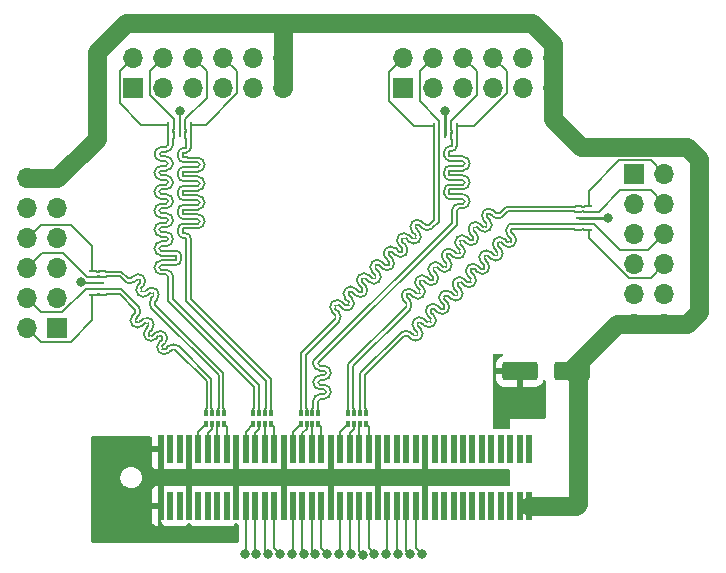
<source format=gbr>
G04 #@! TF.GenerationSoftware,KiCad,Pcbnew,6.0.7-1.fc35*
G04 #@! TF.CreationDate,2022-09-05T19:11:37-05:00*
G04 #@! TF.ProjectId,pmod-adapter,706d6f64-2d61-4646-9170-7465722e6b69,rev?*
G04 #@! TF.SameCoordinates,Original*
G04 #@! TF.FileFunction,Copper,L4,Bot*
G04 #@! TF.FilePolarity,Positive*
%FSLAX46Y46*%
G04 Gerber Fmt 4.6, Leading zero omitted, Abs format (unit mm)*
G04 Created by KiCad (PCBNEW 6.0.7-1.fc35) date 2022-09-05 19:11:37*
%MOMM*%
%LPD*%
G01*
G04 APERTURE LIST*
G04 Aperture macros list*
%AMRoundRect*
0 Rectangle with rounded corners*
0 $1 Rounding radius*
0 $2 $3 $4 $5 $6 $7 $8 $9 X,Y pos of 4 corners*
0 Add a 4 corners polygon primitive as box body*
4,1,4,$2,$3,$4,$5,$6,$7,$8,$9,$2,$3,0*
0 Add four circle primitives for the rounded corners*
1,1,$1+$1,$2,$3*
1,1,$1+$1,$4,$5*
1,1,$1+$1,$6,$7*
1,1,$1+$1,$8,$9*
0 Add four rect primitives between the rounded corners*
20,1,$1+$1,$2,$3,$4,$5,0*
20,1,$1+$1,$4,$5,$6,$7,0*
20,1,$1+$1,$6,$7,$8,$9,0*
20,1,$1+$1,$8,$9,$2,$3,0*%
G04 Aperture macros list end*
G04 #@! TA.AperFunction,ComponentPad*
%ADD10R,1.700000X1.700000*%
G04 #@! TD*
G04 #@! TA.AperFunction,ComponentPad*
%ADD11O,1.700000X1.700000*%
G04 #@! TD*
G04 #@! TA.AperFunction,SMDPad,CuDef*
%ADD12R,0.200000X0.475000*%
G04 #@! TD*
G04 #@! TA.AperFunction,SMDPad,CuDef*
%ADD13R,0.400000X0.500000*%
G04 #@! TD*
G04 #@! TA.AperFunction,SMDPad,CuDef*
%ADD14R,0.300000X0.500000*%
G04 #@! TD*
G04 #@! TA.AperFunction,SMDPad,CuDef*
%ADD15R,0.475000X0.200000*%
G04 #@! TD*
G04 #@! TA.AperFunction,SMDPad,CuDef*
%ADD16R,0.500000X2.400000*%
G04 #@! TD*
G04 #@! TA.AperFunction,SMDPad,CuDef*
%ADD17RoundRect,0.250000X1.250000X0.550000X-1.250000X0.550000X-1.250000X-0.550000X1.250000X-0.550000X0*%
G04 #@! TD*
G04 #@! TA.AperFunction,ViaPad*
%ADD18C,0.800000*%
G04 #@! TD*
G04 #@! TA.AperFunction,Conductor*
%ADD19C,1.600000*%
G04 #@! TD*
G04 #@! TA.AperFunction,Conductor*
%ADD20C,0.500000*%
G04 #@! TD*
G04 #@! TA.AperFunction,Conductor*
%ADD21C,0.250000*%
G04 #@! TD*
G04 #@! TA.AperFunction,Conductor*
%ADD22C,0.150000*%
G04 #@! TD*
G04 #@! TA.AperFunction,Conductor*
%ADD23C,0.200000*%
G04 #@! TD*
G04 APERTURE END LIST*
D10*
G04 #@! TO.P,J1,1,Pin_1*
G04 #@! TO.N,/PIN_N19 N*
X147000000Y-70300000D03*
D11*
G04 #@! TO.P,J1,2,Pin_2*
G04 #@! TO.N,/PIN_N19 P*
X147000000Y-72840000D03*
G04 #@! TO.P,J1,3,Pin_3*
G04 #@! TO.N,/PIN_L22 N*
X147000000Y-75380000D03*
G04 #@! TO.P,J1,4,Pin_4*
G04 #@! TO.N,/PIN_L22 P*
X147000000Y-77920000D03*
G04 #@! TO.P,J1,5,Pin_5*
G04 #@! TO.N,GND*
X147000000Y-80460000D03*
G04 #@! TO.P,J1,6,Pin_6*
G04 #@! TO.N,+3.3V*
X147000000Y-83000000D03*
G04 #@! TO.P,J1,7,Pin_7*
G04 #@! TO.N,/PIN_J24 N*
X149540000Y-70300000D03*
G04 #@! TO.P,J1,8,Pin_8*
G04 #@! TO.N,/PIN_J24 P*
X149540000Y-72840000D03*
G04 #@! TO.P,J1,9,Pin_9*
G04 #@! TO.N,/PIN_M24 N*
X149540000Y-75380000D03*
G04 #@! TO.P,J1,10,Pin_10*
G04 #@! TO.N,/PIN_M24 P*
X149540000Y-77920000D03*
G04 #@! TO.P,J1,11,Pin_11*
G04 #@! TO.N,GND*
X149540000Y-80460000D03*
G04 #@! TO.P,J1,12,Pin_12*
G04 #@! TO.N,+3.3V*
X149540000Y-83000000D03*
G04 #@! TD*
D10*
G04 #@! TO.P,J2,1,Pin_1*
G04 #@! TO.N,/PIN_J26 N*
X127430000Y-63000000D03*
D11*
G04 #@! TO.P,J2,2,Pin_2*
G04 #@! TO.N,/PIN_J26 P*
X129970000Y-63000000D03*
G04 #@! TO.P,J2,3,Pin_3*
G04 #@! TO.N,/PIN_J21 N*
X132510000Y-63000000D03*
G04 #@! TO.P,J2,4,Pin_4*
G04 #@! TO.N,/PIN_J21 P*
X135050000Y-63000000D03*
G04 #@! TO.P,J2,5,Pin_5*
G04 #@! TO.N,GND*
X137590000Y-63000000D03*
G04 #@! TO.P,J2,6,Pin_6*
G04 #@! TO.N,+3.3V*
X140130000Y-63000000D03*
G04 #@! TO.P,J2,7,Pin_7*
G04 #@! TO.N,/PIN_E21 N*
X127430000Y-60460000D03*
G04 #@! TO.P,J2,8,Pin_8*
G04 #@! TO.N,/PIN_E21 P*
X129970000Y-60460000D03*
G04 #@! TO.P,J2,9,Pin_9*
G04 #@! TO.N,/PIN_H21 N*
X132510000Y-60460000D03*
G04 #@! TO.P,J2,10,Pin_10*
G04 #@! TO.N,/PIN_H21 P*
X135050000Y-60460000D03*
G04 #@! TO.P,J2,11,Pin_11*
G04 #@! TO.N,GND*
X137590000Y-60460000D03*
G04 #@! TO.P,J2,12,Pin_12*
G04 #@! TO.N,+3.3V*
X140130000Y-60460000D03*
G04 #@! TD*
D10*
G04 #@! TO.P,J3,1,Pin_1*
G04 #@! TO.N,/PIN_F25 N*
X104570000Y-63000000D03*
D11*
G04 #@! TO.P,J3,2,Pin_2*
G04 #@! TO.N,/PIN_F25 P*
X107110000Y-63000000D03*
G04 #@! TO.P,J3,3,Pin_3*
G04 #@! TO.N,/PIN_G25 N*
X109650000Y-63000000D03*
G04 #@! TO.P,J3,4,Pin_4*
G04 #@! TO.N,/PIN_G25 P*
X112190000Y-63000000D03*
G04 #@! TO.P,J3,5,Pin_5*
G04 #@! TO.N,GND*
X114730000Y-63000000D03*
G04 #@! TO.P,J3,6,Pin_6*
G04 #@! TO.N,+3.3V*
X117270000Y-63000000D03*
G04 #@! TO.P,J3,7,Pin_7*
G04 #@! TO.N,/PIN_E25 N*
X104570000Y-60460000D03*
G04 #@! TO.P,J3,8,Pin_8*
G04 #@! TO.N,/PIN_E25 P*
X107110000Y-60460000D03*
G04 #@! TO.P,J3,9,Pin_9*
G04 #@! TO.N,/PIN_G22 N*
X109650000Y-60460000D03*
G04 #@! TO.P,J3,10,Pin_10*
G04 #@! TO.N,/PIN_G22 P*
X112190000Y-60460000D03*
G04 #@! TO.P,J3,11,Pin_11*
G04 #@! TO.N,GND*
X114730000Y-60460000D03*
G04 #@! TO.P,J3,12,Pin_12*
G04 #@! TO.N,+3.3V*
X117270000Y-60460000D03*
G04 #@! TD*
D10*
G04 #@! TO.P,J4,1,Pin_1*
G04 #@! TO.N,/PIN_A23 N*
X98150000Y-83350000D03*
D11*
G04 #@! TO.P,J4,2,Pin_2*
G04 #@! TO.N,/PIN_A23 P*
X98150000Y-80810000D03*
G04 #@! TO.P,J4,3,Pin_3*
G04 #@! TO.N,/PIN_D26 N*
X98150000Y-78270000D03*
G04 #@! TO.P,J4,4,Pin_4*
G04 #@! TO.N,/PIN_D26 P*
X98150000Y-75730000D03*
G04 #@! TO.P,J4,5,Pin_5*
G04 #@! TO.N,GND*
X98150000Y-73190000D03*
G04 #@! TO.P,J4,6,Pin_6*
G04 #@! TO.N,+3.3V*
X98150000Y-70650000D03*
G04 #@! TO.P,J4,7,Pin_7*
G04 #@! TO.N,/PIN_F22 N*
X95610000Y-83350000D03*
G04 #@! TO.P,J4,8,Pin_8*
G04 #@! TO.N,/PIN_F22 P*
X95610000Y-80810000D03*
G04 #@! TO.P,J4,9,Pin_9*
G04 #@! TO.N,/PIN_D23 N*
X95610000Y-78270000D03*
G04 #@! TO.P,J4,10,Pin_10*
G04 #@! TO.N,/PIN_D23 P*
X95610000Y-75730000D03*
G04 #@! TO.P,J4,11,Pin_11*
G04 #@! TO.N,GND*
X95610000Y-73190000D03*
G04 #@! TO.P,J4,12,Pin_12*
G04 #@! TO.N,+3.3V*
X95610000Y-70650000D03*
G04 #@! TD*
D12*
G04 #@! TO.P,D3,1,K1*
G04 #@! TO.N,/PIN_H21 P*
X132000000Y-66225000D03*
X132000000Y-67000000D03*
G04 #@! TO.P,D3,2,A*
G04 #@! TO.N,GND*
X131000000Y-67000000D03*
G04 #@! TO.P,D3,3,K2*
G04 #@! TO.N,/PIN_H21 N*
X131500000Y-66225000D03*
X131500000Y-67000000D03*
G04 #@! TO.P,D3,4,K3*
G04 #@! TO.N,/PIN_E21 P*
X130500000Y-67000000D03*
X130500000Y-66225000D03*
G04 #@! TO.P,D3,5,A*
G04 #@! TO.N,GND*
X131000000Y-66225000D03*
G04 #@! TO.P,D3,6,K4*
G04 #@! TO.N,/PIN_E21 N*
X130000000Y-66225000D03*
X130000000Y-67000000D03*
G04 #@! TD*
D13*
G04 #@! TO.P,RN3,1,R1.1*
G04 #@! TO.N,/PIN_E25 N*
X114750000Y-90500000D03*
D14*
G04 #@! TO.P,RN3,2,R2.1*
G04 #@! TO.N,/PIN_E25 P*
X115250000Y-90500000D03*
G04 #@! TO.P,RN3,3,R3.1*
G04 #@! TO.N,/PIN_G22 N*
X115750000Y-90500000D03*
D13*
G04 #@! TO.P,RN3,4,R4.1*
G04 #@! TO.N,/PIN_G22 P*
X116250000Y-90500000D03*
G04 #@! TO.P,RN3,5,R4.2*
G04 #@! TO.N,Net-(J5-Pad56)*
X116250000Y-91500000D03*
D14*
G04 #@! TO.P,RN3,6,R3.2*
G04 #@! TO.N,Net-(J5-Pad58)*
X115750000Y-91500000D03*
G04 #@! TO.P,RN3,7,R2.2*
G04 #@! TO.N,Net-(J5-Pad60)*
X115250000Y-91500000D03*
D13*
G04 #@! TO.P,RN3,8,R1.2*
G04 #@! TO.N,Net-(J5-Pad62)*
X114750000Y-91500000D03*
G04 #@! TD*
D15*
G04 #@! TO.P,D7,1,K1*
G04 #@! TO.N,/PIN_D23 P*
X101112500Y-78500000D03*
X101887500Y-78500000D03*
G04 #@! TO.P,D7,2,A*
G04 #@! TO.N,GND*
X101887500Y-79500000D03*
G04 #@! TO.P,D7,3,K2*
G04 #@! TO.N,/PIN_D23 N*
X101112500Y-79000000D03*
X101887500Y-79000000D03*
G04 #@! TO.P,D7,4,K3*
G04 #@! TO.N,/PIN_F22 P*
X101112500Y-80000000D03*
X101887500Y-80000000D03*
G04 #@! TO.P,D7,5,A*
G04 #@! TO.N,GND*
X101112500Y-79500000D03*
G04 #@! TO.P,D7,6,K4*
G04 #@! TO.N,/PIN_F22 N*
X101112500Y-80500000D03*
X101887500Y-80500000D03*
G04 #@! TD*
D13*
G04 #@! TO.P,RN4,1,R1.1*
G04 #@! TO.N,/PIN_F22 N*
X110750000Y-90500000D03*
D14*
G04 #@! TO.P,RN4,2,R2.1*
G04 #@! TO.N,/PIN_F22 P*
X111250000Y-90500000D03*
G04 #@! TO.P,RN4,3,R3.1*
G04 #@! TO.N,/PIN_D23 N*
X111750000Y-90500000D03*
D13*
G04 #@! TO.P,RN4,4,R4.1*
G04 #@! TO.N,/PIN_D23 P*
X112250000Y-90500000D03*
G04 #@! TO.P,RN4,5,R4.2*
G04 #@! TO.N,Net-(J5-Pad66)*
X112250000Y-91500000D03*
D14*
G04 #@! TO.P,RN4,6,R3.2*
G04 #@! TO.N,Net-(J5-Pad68)*
X111750000Y-91500000D03*
G04 #@! TO.P,RN4,7,R2.2*
G04 #@! TO.N,Net-(J5-Pad70)*
X111250000Y-91500000D03*
D13*
G04 #@! TO.P,RN4,8,R1.2*
G04 #@! TO.N,Net-(J5-Pad72)*
X110750000Y-91500000D03*
G04 #@! TD*
D15*
G04 #@! TO.P,D1,1,K1*
G04 #@! TO.N,/PIN_M24 P*
X143131251Y-75000000D03*
X142356251Y-75000000D03*
G04 #@! TO.P,D1,2,A*
G04 #@! TO.N,GND*
X142356251Y-74000000D03*
G04 #@! TO.P,D1,3,K2*
G04 #@! TO.N,/PIN_M24 N*
X142356251Y-74500000D03*
X143131251Y-74500000D03*
G04 #@! TO.P,D1,4,K3*
G04 #@! TO.N,/PIN_J24 P*
X143131251Y-73500000D03*
X142356251Y-73500000D03*
G04 #@! TO.P,D1,5,A*
G04 #@! TO.N,GND*
X143131251Y-74000000D03*
G04 #@! TO.P,D1,6,K4*
G04 #@! TO.N,/PIN_J24 N*
X142356251Y-73000000D03*
X143131251Y-73000000D03*
G04 #@! TD*
D16*
G04 #@! TO.P,J5,1,Pin_1*
G04 #@! TO.N,+3.3V*
X138100000Y-98400000D03*
G04 #@! TO.P,J5,2,Pin_2*
G04 #@! TO.N,unconnected-(J5-Pad2)*
X138100000Y-93600000D03*
G04 #@! TO.P,J5,3,Pin_3*
G04 #@! TO.N,+3.3V*
X137300000Y-98400000D03*
G04 #@! TO.P,J5,4,Pin_4*
G04 #@! TO.N,unconnected-(J5-Pad4)*
X137300000Y-93600000D03*
G04 #@! TO.P,J5,5,Pin_5*
G04 #@! TO.N,unconnected-(J5-Pad5)*
X136500000Y-98400000D03*
G04 #@! TO.P,J5,6,Pin_6*
G04 #@! TO.N,unconnected-(J5-Pad6)*
X136500000Y-93600000D03*
G04 #@! TO.P,J5,7,Pin_7*
G04 #@! TO.N,unconnected-(J5-Pad7)*
X135700000Y-98400000D03*
G04 #@! TO.P,J5,8,Pin_8*
G04 #@! TO.N,unconnected-(J5-Pad8)*
X135700000Y-93600000D03*
G04 #@! TO.P,J5,9,Pin_9*
G04 #@! TO.N,unconnected-(J5-Pad9)*
X134900000Y-98400000D03*
G04 #@! TO.P,J5,10,Pin_10*
G04 #@! TO.N,unconnected-(J5-Pad10)*
X134900000Y-93600000D03*
G04 #@! TO.P,J5,11,Pin_11*
G04 #@! TO.N,unconnected-(J5-Pad11)*
X134100000Y-98400000D03*
G04 #@! TO.P,J5,12,Pin_12*
G04 #@! TO.N,unconnected-(J5-Pad12)*
X134100000Y-93600000D03*
G04 #@! TO.P,J5,13,Pin_13*
G04 #@! TO.N,unconnected-(J5-Pad13)*
X133300000Y-98400000D03*
G04 #@! TO.P,J5,14,Pin_14*
G04 #@! TO.N,unconnected-(J5-Pad14)*
X133300000Y-93600000D03*
G04 #@! TO.P,J5,15,Pin_15*
G04 #@! TO.N,unconnected-(J5-Pad15)*
X132500000Y-98400000D03*
G04 #@! TO.P,J5,16,Pin_16*
G04 #@! TO.N,unconnected-(J5-Pad16)*
X132500000Y-93600000D03*
G04 #@! TO.P,J5,17,Pin_17*
G04 #@! TO.N,unconnected-(J5-Pad17)*
X131700000Y-98400000D03*
G04 #@! TO.P,J5,18,Pin_18*
G04 #@! TO.N,unconnected-(J5-Pad18)*
X131700000Y-93600000D03*
G04 #@! TO.P,J5,19,Pin_19*
G04 #@! TO.N,unconnected-(J5-Pad19)*
X130900000Y-98400000D03*
G04 #@! TO.P,J5,20,Pin_20*
G04 #@! TO.N,unconnected-(J5-Pad20)*
X130900000Y-93600000D03*
G04 #@! TO.P,J5,21,Pin_21*
G04 #@! TO.N,unconnected-(J5-Pad21)*
X130100000Y-98400000D03*
G04 #@! TO.P,J5,22,Pin_22*
G04 #@! TO.N,unconnected-(J5-Pad22)*
X130100000Y-93600000D03*
G04 #@! TO.P,J5,23,Pin_23*
G04 #@! TO.N,GND*
X129300000Y-98400000D03*
G04 #@! TO.P,J5,24,Pin_24*
X129300000Y-93600000D03*
G04 #@! TO.P,J5,25,Pin_25*
G04 #@! TO.N,Net-(J5-Pad25)*
X128500000Y-98400000D03*
G04 #@! TO.P,J5,26,Pin_26*
G04 #@! TO.N,unconnected-(J5-Pad26)*
X128500000Y-93600000D03*
G04 #@! TO.P,J5,27,Pin_27*
G04 #@! TO.N,Net-(J5-Pad27)*
X127700000Y-98400000D03*
G04 #@! TO.P,J5,28,Pin_28*
G04 #@! TO.N,unconnected-(J5-Pad28)*
X127700000Y-93600000D03*
G04 #@! TO.P,J5,29,Pin_29*
G04 #@! TO.N,Net-(J5-Pad29)*
X126900000Y-98400000D03*
G04 #@! TO.P,J5,30,Pin_30*
G04 #@! TO.N,unconnected-(J5-Pad30)*
X126900000Y-93600000D03*
G04 #@! TO.P,J5,31,Pin_31*
G04 #@! TO.N,Net-(J5-Pad31)*
X126100000Y-98400000D03*
G04 #@! TO.P,J5,32,Pin_32*
G04 #@! TO.N,unconnected-(J5-Pad32)*
X126100000Y-93600000D03*
G04 #@! TO.P,J5,33,Pin_33*
G04 #@! TO.N,GND*
X125300000Y-98400000D03*
G04 #@! TO.P,J5,34,Pin_34*
X125300000Y-93600000D03*
G04 #@! TO.P,J5,35,Pin_35*
G04 #@! TO.N,Net-(J5-Pad35)*
X124500000Y-98400000D03*
G04 #@! TO.P,J5,36,Pin_36*
G04 #@! TO.N,Net-(J5-Pad36)*
X124500000Y-93600000D03*
G04 #@! TO.P,J5,37,Pin_37*
G04 #@! TO.N,Net-(J5-Pad37)*
X123700000Y-98400000D03*
G04 #@! TO.P,J5,38,Pin_38*
G04 #@! TO.N,Net-(J5-Pad38)*
X123700000Y-93600000D03*
G04 #@! TO.P,J5,39,Pin_39*
G04 #@! TO.N,Net-(J5-Pad39)*
X122900000Y-98400000D03*
G04 #@! TO.P,J5,40,Pin_40*
G04 #@! TO.N,Net-(J5-Pad40)*
X122900000Y-93600000D03*
G04 #@! TO.P,J5,41,Pin_41*
G04 #@! TO.N,Net-(J5-Pad41)*
X122100000Y-98400000D03*
G04 #@! TO.P,J5,42,Pin_42*
G04 #@! TO.N,Net-(J5-Pad42)*
X122100000Y-93600000D03*
G04 #@! TO.P,J5,43,Pin_43*
G04 #@! TO.N,GND*
X121300000Y-98400000D03*
G04 #@! TO.P,J5,44,Pin_44*
X121300000Y-93600000D03*
G04 #@! TO.P,J5,45,Pin_45*
G04 #@! TO.N,Net-(J5-Pad45)*
X120500000Y-98400000D03*
G04 #@! TO.P,J5,46,Pin_46*
G04 #@! TO.N,Net-(J5-Pad46)*
X120500000Y-93600000D03*
G04 #@! TO.P,J5,47,Pin_47*
G04 #@! TO.N,Net-(J5-Pad47)*
X119700000Y-98400000D03*
G04 #@! TO.P,J5,48,Pin_48*
G04 #@! TO.N,Net-(J5-Pad48)*
X119700000Y-93600000D03*
G04 #@! TO.P,J5,49,Pin_49*
G04 #@! TO.N,Net-(J5-Pad49)*
X118900000Y-98400000D03*
G04 #@! TO.P,J5,50,Pin_50*
G04 #@! TO.N,Net-(J5-Pad50)*
X118900000Y-93600000D03*
G04 #@! TO.P,J5,51,Pin_51*
G04 #@! TO.N,Net-(J5-Pad51)*
X118100000Y-98400000D03*
G04 #@! TO.P,J5,52,Pin_52*
G04 #@! TO.N,Net-(J5-Pad52)*
X118100000Y-93600000D03*
G04 #@! TO.P,J5,53,Pin_53*
G04 #@! TO.N,GND*
X117300000Y-98400000D03*
G04 #@! TO.P,J5,54,Pin_54*
X117300000Y-93600000D03*
G04 #@! TO.P,J5,55,Pin_55*
G04 #@! TO.N,Net-(J5-Pad55)*
X116500000Y-98400000D03*
G04 #@! TO.P,J5,56,Pin_56*
G04 #@! TO.N,Net-(J5-Pad56)*
X116500000Y-93600000D03*
G04 #@! TO.P,J5,57,Pin_57*
G04 #@! TO.N,Net-(J5-Pad57)*
X115700000Y-98400000D03*
G04 #@! TO.P,J5,58,Pin_58*
G04 #@! TO.N,Net-(J5-Pad58)*
X115700000Y-93600000D03*
G04 #@! TO.P,J5,59,Pin_59*
G04 #@! TO.N,Net-(J5-Pad59)*
X114900000Y-98400000D03*
G04 #@! TO.P,J5,60,Pin_60*
G04 #@! TO.N,Net-(J5-Pad60)*
X114900000Y-93600000D03*
G04 #@! TO.P,J5,61,Pin_61*
G04 #@! TO.N,Net-(J5-Pad61)*
X114100000Y-98400000D03*
G04 #@! TO.P,J5,62,Pin_62*
G04 #@! TO.N,Net-(J5-Pad62)*
X114100000Y-93600000D03*
G04 #@! TO.P,J5,63,Pin_63*
G04 #@! TO.N,GND*
X113300000Y-98400000D03*
G04 #@! TO.P,J5,64,Pin_64*
X113300000Y-93600000D03*
G04 #@! TO.P,J5,65,Pin_65*
G04 #@! TO.N,unconnected-(J5-Pad65)*
X112500000Y-98400000D03*
G04 #@! TO.P,J5,66,Pin_66*
G04 #@! TO.N,Net-(J5-Pad66)*
X112500000Y-93600000D03*
G04 #@! TO.P,J5,67,Pin_67*
G04 #@! TO.N,unconnected-(J5-Pad67)*
X111700000Y-98400000D03*
G04 #@! TO.P,J5,68,Pin_68*
G04 #@! TO.N,Net-(J5-Pad68)*
X111700000Y-93600000D03*
G04 #@! TO.P,J5,69,Pin_69*
G04 #@! TO.N,unconnected-(J5-Pad69)*
X110900000Y-98400000D03*
G04 #@! TO.P,J5,70,Pin_70*
G04 #@! TO.N,Net-(J5-Pad70)*
X110900000Y-93600000D03*
G04 #@! TO.P,J5,71,Pin_71*
G04 #@! TO.N,unconnected-(J5-Pad71)*
X110100000Y-98400000D03*
G04 #@! TO.P,J5,72,Pin_72*
G04 #@! TO.N,Net-(J5-Pad72)*
X110100000Y-93600000D03*
G04 #@! TO.P,J5,73,Pin_73*
G04 #@! TO.N,GND*
X109300000Y-98400000D03*
G04 #@! TO.P,J5,74,Pin_74*
X109300000Y-93600000D03*
G04 #@! TO.P,J5,75,Pin_75*
G04 #@! TO.N,unconnected-(J5-Pad75)*
X108500000Y-98400000D03*
G04 #@! TO.P,J5,76,Pin_76*
G04 #@! TO.N,unconnected-(J5-Pad76)*
X108500000Y-93600000D03*
G04 #@! TO.P,J5,77,Pin_77*
G04 #@! TO.N,unconnected-(J5-Pad77)*
X107700000Y-98400000D03*
G04 #@! TO.P,J5,78,Pin_78*
G04 #@! TO.N,unconnected-(J5-Pad78)*
X107700000Y-93600000D03*
G04 #@! TO.P,J5,79,Pin_79*
G04 #@! TO.N,GND*
X106900000Y-98400000D03*
G04 #@! TO.P,J5,80,Pin_80*
X106900000Y-93600000D03*
G04 #@! TD*
D12*
G04 #@! TO.P,D5,1,K1*
G04 #@! TO.N,/PIN_G22 P*
X109500000Y-66112500D03*
X109500000Y-66887500D03*
G04 #@! TO.P,D5,2,A*
G04 #@! TO.N,GND*
X108500000Y-66887500D03*
G04 #@! TO.P,D5,3,K2*
G04 #@! TO.N,/PIN_G22 N*
X109000000Y-66112500D03*
X109000000Y-66887500D03*
G04 #@! TO.P,D5,4,K3*
G04 #@! TO.N,/PIN_E25 P*
X108000000Y-66112500D03*
X108000000Y-66887500D03*
G04 #@! TO.P,D5,5,A*
G04 #@! TO.N,GND*
X108500000Y-66112500D03*
G04 #@! TO.P,D5,6,K4*
G04 #@! TO.N,/PIN_E25 N*
X107500000Y-66112500D03*
X107500000Y-66887500D03*
G04 #@! TD*
D17*
G04 #@! TO.P,C5,1*
G04 #@! TO.N,+3.3V*
X141700000Y-87000000D03*
G04 #@! TO.P,C5,2*
G04 #@! TO.N,GND*
X137300000Y-87000000D03*
G04 #@! TD*
D13*
G04 #@! TO.P,RN1,1,R1.1*
G04 #@! TO.N,/PIN_J24 N*
X122750000Y-90500000D03*
D14*
G04 #@! TO.P,RN1,2,R2.1*
G04 #@! TO.N,/PIN_J24 P*
X123250000Y-90500000D03*
G04 #@! TO.P,RN1,3,R3.1*
G04 #@! TO.N,/PIN_M24 N*
X123750000Y-90500000D03*
D13*
G04 #@! TO.P,RN1,4,R4.1*
G04 #@! TO.N,/PIN_M24 P*
X124250000Y-90500000D03*
G04 #@! TO.P,RN1,5,R4.2*
G04 #@! TO.N,Net-(J5-Pad36)*
X124250000Y-91500000D03*
D14*
G04 #@! TO.P,RN1,6,R3.2*
G04 #@! TO.N,Net-(J5-Pad38)*
X123750000Y-91500000D03*
G04 #@! TO.P,RN1,7,R2.2*
G04 #@! TO.N,Net-(J5-Pad40)*
X123250000Y-91500000D03*
D13*
G04 #@! TO.P,RN1,8,R1.2*
G04 #@! TO.N,Net-(J5-Pad42)*
X122750000Y-91500000D03*
G04 #@! TD*
G04 #@! TO.P,RN2,1,R1.1*
G04 #@! TO.N,/PIN_E21 N*
X118750000Y-90500000D03*
D14*
G04 #@! TO.P,RN2,2,R2.1*
G04 #@! TO.N,/PIN_E21 P*
X119250000Y-90500000D03*
G04 #@! TO.P,RN2,3,R3.1*
G04 #@! TO.N,/PIN_H21 N*
X119750000Y-90500000D03*
D13*
G04 #@! TO.P,RN2,4,R4.1*
G04 #@! TO.N,/PIN_H21 P*
X120250000Y-90500000D03*
G04 #@! TO.P,RN2,5,R4.2*
G04 #@! TO.N,Net-(J5-Pad46)*
X120250000Y-91500000D03*
D14*
G04 #@! TO.P,RN2,6,R3.2*
G04 #@! TO.N,Net-(J5-Pad48)*
X119750000Y-91500000D03*
G04 #@! TO.P,RN2,7,R2.2*
G04 #@! TO.N,Net-(J5-Pad50)*
X119250000Y-91500000D03*
D13*
G04 #@! TO.P,RN2,8,R1.2*
G04 #@! TO.N,Net-(J5-Pad52)*
X118750000Y-91500000D03*
G04 #@! TD*
D18*
G04 #@! TO.N,GND*
X137500000Y-89000000D03*
X100126928Y-79472519D03*
X136500000Y-89000000D03*
X135500000Y-91000000D03*
X129300000Y-95700000D03*
X125300000Y-95800000D03*
X135500000Y-89000000D03*
X104500000Y-94000000D03*
X138500000Y-89000000D03*
X121300000Y-95800000D03*
X109300000Y-95800000D03*
X108500000Y-65000000D03*
X106900000Y-95900000D03*
X116924500Y-96276944D03*
X131000000Y-65000000D03*
X135500000Y-90000000D03*
X144750000Y-74000000D03*
X112960806Y-95664694D03*
X104500000Y-98000000D03*
G04 #@! TO.N,Net-(J5-Pad61)*
X114000000Y-102500000D03*
G04 #@! TO.N,Net-(J5-Pad59)*
X115000000Y-102500000D03*
G04 #@! TO.N,Net-(J5-Pad57)*
X116000000Y-102500000D03*
G04 #@! TO.N,Net-(J5-Pad55)*
X117000000Y-102500000D03*
G04 #@! TO.N,Net-(J5-Pad51)*
X118000000Y-102500000D03*
G04 #@! TO.N,Net-(J5-Pad49)*
X119000000Y-102500000D03*
G04 #@! TO.N,Net-(J5-Pad47)*
X120000000Y-102500000D03*
G04 #@! TO.N,Net-(J5-Pad45)*
X121000000Y-102500000D03*
G04 #@! TO.N,Net-(J5-Pad41)*
X122000000Y-102500000D03*
G04 #@! TO.N,Net-(J5-Pad39)*
X123000000Y-102500000D03*
G04 #@! TO.N,Net-(J5-Pad37)*
X123999317Y-102519245D03*
G04 #@! TO.N,Net-(J5-Pad35)*
X124998289Y-102486691D03*
G04 #@! TO.N,Net-(J5-Pad31)*
X126000000Y-102500000D03*
G04 #@! TO.N,Net-(J5-Pad29)*
X127000000Y-102500000D03*
G04 #@! TO.N,Net-(J5-Pad27)*
X128000000Y-102500000D03*
G04 #@! TO.N,Net-(J5-Pad25)*
X129000000Y-102500000D03*
G04 #@! TD*
D19*
G04 #@! TO.N,+3.3V*
X151500000Y-83000000D02*
X152500000Y-82000000D01*
X138372081Y-57500000D02*
X117500000Y-57500000D01*
X117500000Y-57500000D02*
X104000000Y-57500000D01*
X151500000Y-68000000D02*
X142500000Y-68000000D01*
X142250001Y-87550001D02*
X141700000Y-87000000D01*
X117270000Y-63000000D02*
X117270000Y-60460000D01*
X152500000Y-82000000D02*
X152500000Y-69000000D01*
X142500000Y-68000000D02*
X140130000Y-65630000D01*
X98150000Y-70650000D02*
X95610000Y-70650000D01*
X117270000Y-60460000D02*
X117270000Y-57730000D01*
X140130000Y-60460000D02*
X140130000Y-59257919D01*
X149540000Y-83000000D02*
X151500000Y-83000000D01*
X142100000Y-98400000D02*
X142250001Y-98249999D01*
X140130000Y-65630000D02*
X140130000Y-60460000D01*
X104000000Y-57500000D02*
X101500000Y-60000000D01*
X152500000Y-69000000D02*
X151500000Y-68000000D01*
X140130000Y-59257919D02*
X138372081Y-57500000D01*
X101500000Y-60000000D02*
X101500000Y-67300000D01*
X142250001Y-98249999D02*
X142250001Y-87550001D01*
X101500000Y-67300000D02*
X98150000Y-70650000D01*
X117270000Y-57730000D02*
X117500000Y-57500000D01*
X145500000Y-83000000D02*
X149540000Y-83000000D01*
X141700000Y-86800000D02*
X145500000Y-83000000D01*
X141700000Y-87000000D02*
X141700000Y-86800000D01*
X138100000Y-98400000D02*
X142100000Y-98400000D01*
D20*
G04 #@! TO.N,GND*
X129300000Y-93600000D02*
X129300000Y-95700000D01*
X109300000Y-93600000D02*
X109300000Y-98400000D01*
D21*
X131000000Y-66225000D02*
X131000000Y-67000000D01*
D20*
X117300000Y-93600000D02*
X117300000Y-98400000D01*
X125300000Y-93600000D02*
X125300000Y-98400000D01*
X129300000Y-95700000D02*
X129300000Y-98400000D01*
X121300000Y-93600000D02*
X121300000Y-98400000D01*
D21*
X143131251Y-74000000D02*
X142356251Y-74000000D01*
D22*
X101112500Y-79500000D02*
X100154409Y-79500000D01*
X108500000Y-66112500D02*
X108500000Y-65000000D01*
D20*
X106900000Y-93600000D02*
X106900000Y-98400000D01*
D21*
X131000000Y-66225000D02*
X131000000Y-65000000D01*
X143131251Y-74000000D02*
X144750000Y-74000000D01*
D22*
X108500000Y-66112500D02*
X108500000Y-66887500D01*
X101112500Y-79500000D02*
X101887500Y-79500000D01*
X100154409Y-79500000D02*
X100126928Y-79472519D01*
D20*
X113300000Y-93600000D02*
X113300000Y-98400000D01*
D23*
G04 #@! TO.N,/PIN_M24 N*
X132019231Y-80568725D02*
X132019230Y-80568727D01*
X131774518Y-79192643D02*
X131774517Y-79192641D01*
X130643147Y-80324014D02*
X130643146Y-80324012D01*
X143131251Y-74500000D02*
X143568751Y-74500000D01*
X127249033Y-83718125D02*
X123800000Y-87167156D01*
X136261872Y-76043243D02*
X136017159Y-75798530D01*
X142725000Y-74550000D02*
X142775000Y-74500000D01*
X128342275Y-83962840D02*
X128097562Y-83718127D01*
X129473646Y-82831469D02*
X129228933Y-82586756D01*
X136417156Y-74550000D02*
X136300001Y-74667157D01*
X123800000Y-87167156D02*
X123800000Y-90074999D01*
X142493751Y-74500000D02*
X142543751Y-74550000D01*
X142000000Y-74500000D02*
X141950000Y-74550000D01*
X131736388Y-80568727D02*
X131491675Y-80324014D01*
X135130501Y-77174614D02*
X134885788Y-76929901D01*
X135413344Y-77174612D02*
X135413343Y-77174614D01*
X130643146Y-81172540D02*
X130887860Y-81417254D01*
X145818751Y-76750000D02*
X148170000Y-76750000D01*
X134281973Y-78305983D02*
X134281972Y-78305985D01*
X129756489Y-82831467D02*
X129756488Y-82831469D01*
X132905889Y-78061272D02*
X132905888Y-78061270D01*
X141950000Y-74550000D02*
X136417156Y-74550000D01*
X135168630Y-76647056D02*
X135413344Y-76891770D01*
X142356251Y-74500000D02*
X142000000Y-74500000D01*
X128625118Y-83962838D02*
X128625117Y-83962840D01*
X132905888Y-78909798D02*
X133150602Y-79154512D01*
X134037259Y-77778427D02*
X134281973Y-78023141D01*
X133150602Y-79437354D02*
X133150601Y-79437356D01*
X127249034Y-83718127D02*
X127249033Y-83718125D01*
X142543751Y-74550000D02*
X142725000Y-74550000D01*
X142356251Y-74500000D02*
X142493751Y-74500000D01*
X129511775Y-82303911D02*
X129756489Y-82548625D01*
X136544715Y-76043241D02*
X136544714Y-76043243D01*
X128380404Y-83435282D02*
X128625118Y-83679996D01*
X136300001Y-75515685D02*
X136544715Y-75760399D01*
X123800000Y-90074999D02*
X123750000Y-90124999D01*
X143568751Y-74500000D02*
X145818751Y-76750000D01*
X133999130Y-78305985D02*
X133754417Y-78061272D01*
X129511776Y-81455385D02*
X129511775Y-81455383D01*
X132867759Y-79437356D02*
X132623046Y-79192643D01*
X148170000Y-76750000D02*
X149540000Y-75380000D01*
X128380405Y-82586756D02*
X128380404Y-82586754D01*
X134037260Y-76929901D02*
X134037259Y-76929899D01*
X130887860Y-81700096D02*
X130887859Y-81700098D01*
X123750000Y-90124999D02*
X123750000Y-90500000D01*
X130605017Y-81700098D02*
X130360304Y-81455385D01*
X131774517Y-80041169D02*
X132019231Y-80285883D01*
X135168631Y-75798530D02*
X135168630Y-75798528D01*
X142775000Y-74500000D02*
X143131251Y-74500000D01*
X134037223Y-77778463D02*
G75*
G02*
X134037260Y-76929900I424277J424263D01*
G01*
X134037261Y-76929902D02*
G75*
G02*
X134885787Y-76929902I424263J-424263D01*
G01*
X130643123Y-81172563D02*
G75*
G02*
X130643147Y-80324013I424277J424263D01*
G01*
X127249035Y-83718128D02*
G75*
G02*
X128097561Y-83718128I424263J-424263D01*
G01*
X133150568Y-79437320D02*
G75*
G03*
X133150601Y-79154513I-141368J141420D01*
G01*
X130643148Y-80324015D02*
G75*
G02*
X131491674Y-80324015I424263J-424263D01*
G01*
X132867759Y-79437356D02*
G75*
G03*
X133150601Y-79437356I141421J141426D01*
G01*
X128380423Y-83435263D02*
G75*
G02*
X128380405Y-82586755I424277J424263D01*
G01*
X128342275Y-83962840D02*
G75*
G03*
X128625117Y-83962840I141421J141426D01*
G01*
X128625101Y-83962821D02*
G75*
G03*
X128625118Y-83679996I-141401J141421D01*
G01*
X132905923Y-78909763D02*
G75*
G02*
X132905889Y-78061271I424277J424263D01*
G01*
X134282011Y-78306021D02*
G75*
G03*
X134281973Y-78023141I-141511J141421D01*
G01*
X136300023Y-75515663D02*
G75*
G02*
X136300002Y-74667158I424277J424263D01*
G01*
X131736388Y-80568727D02*
G75*
G03*
X132019230Y-80568727I141421J141426D01*
G01*
X129511777Y-81455386D02*
G75*
G02*
X130360303Y-81455386I424263J-424263D01*
G01*
X132019226Y-80568720D02*
G75*
G03*
X132019230Y-80285884I-141426J141420D01*
G01*
X129473646Y-82831469D02*
G75*
G03*
X129756488Y-82831469I141421J141426D01*
G01*
X128380406Y-82586757D02*
G75*
G02*
X129228932Y-82586757I424263J-424263D01*
G01*
X130605017Y-81700098D02*
G75*
G03*
X130887859Y-81700098I141421J141426D01*
G01*
X135130501Y-77174614D02*
G75*
G03*
X135413343Y-77174614I141421J141426D01*
G01*
X136544695Y-76043221D02*
G75*
G03*
X136544715Y-75760399I-141395J141421D01*
G01*
X135168623Y-76647063D02*
G75*
G02*
X135168631Y-75798529I424277J424263D01*
G01*
X130887884Y-81700120D02*
G75*
G03*
X130887859Y-81417255I-141484J141420D01*
G01*
X129756443Y-82831421D02*
G75*
G03*
X129756489Y-82548625I-141343J141421D01*
G01*
X131774519Y-79192644D02*
G75*
G02*
X132623045Y-79192644I424263J-424263D01*
G01*
X135168632Y-75798531D02*
G75*
G02*
X136017158Y-75798531I424263J-424263D01*
G01*
X133999130Y-78305985D02*
G75*
G03*
X134281972Y-78305985I141421J141426D01*
G01*
X131774523Y-80041163D02*
G75*
G02*
X131774518Y-79192642I424277J424263D01*
G01*
X135413353Y-77174621D02*
G75*
G03*
X135413344Y-76891770I-141453J141421D01*
G01*
X136261872Y-76043243D02*
G75*
G03*
X136544714Y-76043243I141421J141426D01*
G01*
X132905890Y-78061273D02*
G75*
G02*
X133754416Y-78061273I424263J-424263D01*
G01*
X129511822Y-82303864D02*
G75*
G02*
X129511775Y-81455383I424178J424264D01*
G01*
G04 #@! TO.N,/PIN_J24 P*
X129386038Y-79548276D02*
X129164324Y-79326562D01*
X128881481Y-79609404D02*
X129103194Y-79831117D01*
X127750110Y-80740775D02*
X127971823Y-80962488D01*
X131144223Y-77063821D02*
X131144223Y-77063820D01*
X133628678Y-76154161D02*
X133628679Y-76154163D01*
X148390000Y-71690000D02*
X149540000Y-72840000D01*
X133406965Y-74801079D02*
X133406965Y-74801078D01*
X142356251Y-73500000D02*
X142000000Y-73500000D01*
X142493751Y-73500000D02*
X142543751Y-73450000D01*
X133406965Y-75083920D02*
X133628678Y-75305633D01*
X134538336Y-73669708D02*
X134538336Y-73669707D01*
X130012852Y-78195192D02*
X130012852Y-78195191D01*
X136332844Y-73450000D02*
X135891421Y-73891421D01*
X143131251Y-73500000D02*
X144000000Y-73500000D01*
X141950000Y-73450000D02*
X136332844Y-73450000D01*
X134538336Y-73952549D02*
X134760049Y-74174262D01*
X142775000Y-73500000D02*
X143131251Y-73500000D01*
X127750110Y-80457934D02*
X127750110Y-80457933D01*
X131365936Y-78416903D02*
X131365937Y-78416905D01*
X123200000Y-90074999D02*
X123250000Y-90124999D01*
X142543751Y-73450000D02*
X142725000Y-73450000D01*
X130234565Y-79548274D02*
X130234566Y-79548276D01*
X135042893Y-73891421D02*
X134821179Y-73669707D01*
X128881481Y-79326563D02*
X128881481Y-79326562D01*
X145810000Y-71690000D02*
X148390000Y-71690000D01*
X134760049Y-75022790D02*
X134760050Y-75022792D01*
X130517409Y-78416905D02*
X130295695Y-78195191D01*
X123250000Y-90124999D02*
X123250000Y-90500000D01*
X128254667Y-80679647D02*
X128032953Y-80457933D01*
X127971824Y-81811018D02*
X123200000Y-86582844D01*
X144000000Y-73500000D02*
X145810000Y-71690000D01*
X129103194Y-80679645D02*
X129103195Y-80679647D01*
X142000000Y-73500000D02*
X141950000Y-73450000D01*
X142725000Y-73450000D02*
X142775000Y-73500000D01*
X132780151Y-76154163D02*
X132558437Y-75932449D01*
X127971823Y-81811016D02*
X127971824Y-81811018D01*
X132275594Y-75932450D02*
X132275594Y-75932449D01*
X131144223Y-77346662D02*
X131365936Y-77568375D01*
X142356251Y-73500000D02*
X142493751Y-73500000D01*
X130012852Y-78478033D02*
X130234565Y-78699746D01*
X123200000Y-86582844D02*
X123200000Y-90074999D01*
X132497307Y-77285532D02*
X132497308Y-77285534D01*
X132275594Y-76215291D02*
X132497307Y-76437004D01*
X131648780Y-77285534D02*
X131427066Y-77063820D01*
X133911522Y-75022792D02*
X133689808Y-74801078D01*
X128881478Y-79326560D02*
G75*
G02*
X129164324Y-79326562I141422J-141440D01*
G01*
X134538379Y-73669751D02*
G75*
G02*
X134821178Y-73669708I141421J-141349D01*
G01*
X129103213Y-80679664D02*
G75*
G03*
X129103194Y-79831117I-424313J424264D01*
G01*
X128254668Y-80679646D02*
G75*
G03*
X129103194Y-80679646I424263J424263D01*
G01*
X131365897Y-78416864D02*
G75*
G03*
X131365936Y-77568375I-424197J424264D01*
G01*
X132275578Y-75932434D02*
G75*
G02*
X132558437Y-75932449I141422J-141466D01*
G01*
X131648781Y-77285533D02*
G75*
G03*
X132497307Y-77285533I424263J424263D01*
G01*
X130012878Y-78195218D02*
G75*
G02*
X130295695Y-78195191I141422J-141382D01*
G01*
X130234555Y-79548264D02*
G75*
G03*
X130234565Y-78699746I-424255J424264D01*
G01*
X131144178Y-77063776D02*
G75*
G02*
X131427066Y-77063820I141422J-141424D01*
G01*
X132275564Y-76215321D02*
G75*
G02*
X132275594Y-75932449I141436J141421D01*
G01*
X130012864Y-78478021D02*
G75*
G02*
X130012852Y-78195191I141436J141421D01*
G01*
X134760022Y-75022763D02*
G75*
G03*
X134760048Y-74174263I-424222J424263D01*
G01*
X135042894Y-73891420D02*
G75*
G03*
X135891420Y-73891420I424263J424263D01*
G01*
X132780152Y-76154162D02*
G75*
G03*
X133628678Y-76154162I424263J424263D01*
G01*
X133406964Y-75083921D02*
G75*
G02*
X133406965Y-74801078I141436J141421D01*
G01*
X128881464Y-79609421D02*
G75*
G02*
X128881481Y-79326562I141436J141421D01*
G01*
X133406978Y-74801092D02*
G75*
G02*
X133689808Y-74801078I141422J-141408D01*
G01*
X133911523Y-75022791D02*
G75*
G03*
X134760049Y-75022791I424263J424263D01*
G01*
X127750078Y-80457902D02*
G75*
G02*
X128032953Y-80457933I141422J-141498D01*
G01*
X131144264Y-77346621D02*
G75*
G02*
X131144223Y-77063820I141336J141421D01*
G01*
X134538364Y-73952521D02*
G75*
G02*
X134538336Y-73669707I141436J141421D01*
G01*
X129386039Y-79548275D02*
G75*
G03*
X130234565Y-79548275I424263J424263D01*
G01*
X133628680Y-76154163D02*
G75*
G03*
X133628677Y-75305634I-424280J424263D01*
G01*
X130517410Y-78416904D02*
G75*
G03*
X131365936Y-78416904I424263J424263D01*
G01*
X127750064Y-80740821D02*
G75*
G02*
X127750110Y-80457933I141436J141421D01*
G01*
X127971870Y-81811063D02*
G75*
G03*
X127971822Y-80962489I-424270J424263D01*
G01*
X132497338Y-77285563D02*
G75*
G03*
X132497306Y-76437005I-424338J424263D01*
G01*
G04 #@! TO.N,/PIN_J24 N*
X142356251Y-73000000D02*
X142493751Y-73000000D01*
X127688979Y-81528174D02*
X127688980Y-81528174D01*
X133345835Y-75871319D02*
X133345836Y-75871320D01*
X128537509Y-80396804D02*
X128315795Y-80175090D01*
X128820350Y-80396803D02*
X128820351Y-80396803D01*
X128820351Y-80396803D02*
X128820352Y-80396804D01*
X131083093Y-78134061D02*
X131083094Y-78134062D01*
X129730009Y-78760876D02*
X129951722Y-78982589D01*
X128537510Y-80396804D02*
X128537509Y-80396804D01*
X129668880Y-79265433D02*
X129447166Y-79043719D01*
X135325736Y-73608578D02*
X135325735Y-73608578D01*
X131992751Y-76498134D02*
X132214464Y-76719847D01*
X132214464Y-77002690D02*
X132214465Y-77002691D01*
X129951722Y-79265432D02*
X129951723Y-79265433D01*
X142775000Y-73000000D02*
X143131251Y-73000000D01*
X122800000Y-86417156D02*
X122800000Y-90074999D01*
X127467267Y-81023618D02*
X127688980Y-81245331D01*
X143131251Y-73000000D02*
X143131251Y-71708015D01*
X132214463Y-77002690D02*
X132214464Y-77002690D01*
X131931623Y-77002691D02*
X131931622Y-77002691D01*
X142356251Y-73000000D02*
X142000000Y-73000000D01*
X142493751Y-73000000D02*
X142543751Y-73050000D01*
X122800000Y-90074999D02*
X122750000Y-90124999D01*
X142000000Y-73000000D02*
X141950000Y-73050000D01*
X122750000Y-90124999D02*
X122750000Y-90500000D01*
X148390000Y-69150000D02*
X149540000Y-70300000D01*
X128598638Y-79892247D02*
X128820351Y-80113960D01*
X134255493Y-74235392D02*
X134477206Y-74457105D01*
X134477205Y-74739948D02*
X134477206Y-74739948D01*
X130800251Y-78134062D02*
X130578537Y-77912348D01*
X130800252Y-78134062D02*
X130800251Y-78134062D01*
X136167156Y-73050000D02*
X135608578Y-73608578D01*
X127688980Y-81528174D02*
X122800000Y-86417156D01*
X129668881Y-79265433D02*
X129668880Y-79265433D01*
X134194364Y-74739949D02*
X133972650Y-74518235D01*
X133345834Y-75871319D02*
X133345835Y-75871319D01*
X141950000Y-73050000D02*
X136167156Y-73050000D01*
X131931622Y-77002691D02*
X131709908Y-76780977D01*
X133062994Y-75871320D02*
X133062993Y-75871320D01*
X135325735Y-73608578D02*
X135104021Y-73386864D01*
X131083092Y-78134061D02*
X131083093Y-78134061D01*
X129951721Y-79265432D02*
X129951722Y-79265432D01*
X133124122Y-75366763D02*
X133345835Y-75588476D01*
X134194365Y-74739949D02*
X134194364Y-74739949D01*
X134477206Y-74739948D02*
X134477207Y-74739949D01*
X130861380Y-77629505D02*
X131083093Y-77851218D01*
X142725000Y-73050000D02*
X142775000Y-73000000D01*
X133062993Y-75871320D02*
X132841279Y-75649606D01*
X143131251Y-71708015D02*
X145689266Y-69150000D01*
X142543751Y-73050000D02*
X142725000Y-73050000D01*
X145689266Y-69150000D02*
X148390000Y-69150000D01*
X129951711Y-79265422D02*
G75*
G03*
X129951722Y-78982589I-141411J141422D01*
G01*
X131992752Y-75649607D02*
G75*
G02*
X132841278Y-75649607I424263J-424263D01*
G01*
X134194366Y-74739948D02*
G75*
G03*
X134477206Y-74739948I141420J141422D01*
G01*
X134255494Y-73386865D02*
G75*
G02*
X135104020Y-73386865I424263J-424263D01*
G01*
X129668882Y-79265432D02*
G75*
G03*
X129951722Y-79265432I141420J141422D01*
G01*
X132214495Y-77002722D02*
G75*
G03*
X132214464Y-76719847I-141495J141422D01*
G01*
X129730010Y-77912349D02*
G75*
G02*
X130578536Y-77912349I424263J-424263D01*
G01*
X133062995Y-75871319D02*
G75*
G03*
X133345835Y-75871319I141420J141422D01*
G01*
X135325737Y-73608577D02*
G75*
G03*
X135608577Y-73608577I141420J141422D01*
G01*
X130800253Y-78134061D02*
G75*
G03*
X131083093Y-78134061I141420J141422D01*
G01*
X133124123Y-74518236D02*
G75*
G02*
X133972649Y-74518236I424263J-424263D01*
G01*
X131931624Y-77002690D02*
G75*
G03*
X132214464Y-77002690I141420J141422D01*
G01*
X133124121Y-75366764D02*
G75*
G02*
X133124122Y-74518235I424279J424264D01*
G01*
X128537511Y-80396803D02*
G75*
G03*
X128820351Y-80396803I141420J141422D01*
G01*
X127467268Y-80175091D02*
G75*
G02*
X128315794Y-80175091I424263J-424263D01*
G01*
X133345837Y-75871322D02*
G75*
G03*
X133345835Y-75588476I-141437J141422D01*
G01*
X128598621Y-79892264D02*
G75*
G02*
X128598638Y-79043719I424279J424264D01*
G01*
X128598639Y-79043720D02*
G75*
G02*
X129447165Y-79043720I424263J-424263D01*
G01*
X134477179Y-74739922D02*
G75*
G03*
X134477206Y-74457105I-141379J141422D01*
G01*
X129730021Y-78760864D02*
G75*
G02*
X129730009Y-77912348I424279J424264D01*
G01*
X131992721Y-76498164D02*
G75*
G02*
X131992751Y-75649606I424279J424264D01*
G01*
X130861422Y-77629463D02*
G75*
G02*
X130861381Y-76780978I424178J424263D01*
G01*
X127689027Y-81528222D02*
G75*
G03*
X127688980Y-81245331I-141427J141422D01*
G01*
X131083053Y-78134022D02*
G75*
G03*
X131083093Y-77851218I-141353J141422D01*
G01*
X130861381Y-76780978D02*
G75*
G02*
X131709907Y-76780978I424263J-424263D01*
G01*
X128820369Y-80396822D02*
G75*
G03*
X128820351Y-80113960I-141469J141422D01*
G01*
X127467221Y-81023664D02*
G75*
G02*
X127467267Y-80175090I424279J424264D01*
G01*
X134255521Y-74235364D02*
G75*
G02*
X134255493Y-73386864I424279J424264D01*
G01*
G04 #@! TO.N,/PIN_G22 N*
X109000000Y-66750000D02*
X109050000Y-66700000D01*
X108810799Y-75700000D02*
X109010800Y-75700000D01*
X109450000Y-69700000D02*
X108810799Y-69700000D01*
X109000000Y-67243751D02*
X109050000Y-67293751D01*
X109000000Y-66887500D02*
X109000000Y-67243751D01*
X109010800Y-68089200D02*
X108810799Y-68089200D01*
X109000000Y-66112500D02*
X109000000Y-65675000D01*
X109000000Y-66468751D02*
X109000000Y-66112500D01*
X108371599Y-68528400D02*
X108371599Y-68850000D01*
X108810799Y-69289200D02*
X109010800Y-69289200D01*
X109050000Y-74100000D02*
X110028401Y-74100000D01*
X109050000Y-78130432D02*
X109050000Y-81082844D01*
X109050000Y-66700000D02*
X109050000Y-66518751D01*
X109050000Y-70900000D02*
X110028401Y-70900000D01*
X115800000Y-90074999D02*
X115750000Y-90124999D01*
X115750000Y-90124999D02*
X115750000Y-90500000D01*
X110028401Y-71300000D02*
X109450000Y-71300000D01*
X109450000Y-74500000D02*
X108810799Y-74500000D01*
X108371599Y-70139200D02*
X108371599Y-70460800D01*
X110028401Y-69700000D02*
X109450000Y-69700000D01*
X110800000Y-63875000D02*
X110800000Y-61610000D01*
X109050000Y-72500000D02*
X110028401Y-72500000D01*
X108810799Y-72500000D02*
X109050000Y-72500000D01*
X109050000Y-66518751D02*
X109000000Y-66468751D01*
X109250000Y-69289200D02*
X109250000Y-69300000D01*
X108810799Y-74100000D02*
X109050000Y-74100000D01*
X108371599Y-71739200D02*
X108371599Y-72060800D01*
X109000000Y-66887500D02*
X109000000Y-66750000D01*
X109050000Y-81082844D02*
X115800000Y-87832844D01*
X109000000Y-65675000D02*
X110800000Y-63875000D01*
X109050000Y-75739200D02*
X109050000Y-78130432D01*
X108371599Y-74939200D02*
X108371599Y-75260800D01*
X110028401Y-72900000D02*
X109450000Y-72900000D01*
X110800000Y-61610000D02*
X109650000Y-60460000D01*
X109450000Y-71300000D02*
X108810799Y-71300000D01*
X108371599Y-73339200D02*
X108371599Y-73660800D01*
X110028401Y-74500000D02*
X109450000Y-74500000D01*
X109450000Y-72900000D02*
X108810799Y-72900000D01*
X109050000Y-67293751D02*
X109050000Y-68050000D01*
X108810799Y-70900000D02*
X109050000Y-70900000D01*
X109010800Y-69289200D02*
X109250000Y-69289200D01*
X109250000Y-69300000D02*
X110028401Y-69300000D01*
X115800000Y-87832844D02*
X115800000Y-90074999D01*
X110028401Y-72900001D02*
G75*
G03*
X110228401Y-72700000I-1J200001D01*
G01*
X110228400Y-72700000D02*
G75*
G03*
X110028401Y-72500000I-200000J0D01*
G01*
X110228400Y-74300000D02*
G75*
G03*
X110028401Y-74100000I-200000J0D01*
G01*
X109010800Y-68089200D02*
G75*
G03*
X109050000Y-68050000I0J39200D01*
G01*
X108371600Y-70139200D02*
G75*
G02*
X108810799Y-69700000I439200J0D01*
G01*
X108371600Y-73339200D02*
G75*
G02*
X108810799Y-72900000I439200J0D01*
G01*
X108810799Y-75700001D02*
G75*
G02*
X108371599Y-75260800I1J439201D01*
G01*
X110028401Y-71300001D02*
G75*
G03*
X110228401Y-71100000I-1J200001D01*
G01*
X110228400Y-71100000D02*
G75*
G03*
X110028401Y-70900000I-200000J0D01*
G01*
X110228400Y-69500000D02*
G75*
G03*
X110028401Y-69300000I-200000J0D01*
G01*
X108810799Y-70900001D02*
G75*
G02*
X108371599Y-70460800I1J439201D01*
G01*
X108810799Y-69289201D02*
G75*
G02*
X108371599Y-68850000I1J439201D01*
G01*
X110028401Y-74500001D02*
G75*
G03*
X110228401Y-74300000I-1J200001D01*
G01*
X108810799Y-74100001D02*
G75*
G02*
X108371599Y-73660800I1J439201D01*
G01*
X110028401Y-69700001D02*
G75*
G03*
X110228401Y-69500000I-1J200001D01*
G01*
X108371600Y-71739200D02*
G75*
G02*
X108810799Y-71300000I439200J0D01*
G01*
X108371600Y-74939200D02*
G75*
G02*
X108810799Y-74500000I439200J0D01*
G01*
X108371600Y-68528400D02*
G75*
G02*
X108810799Y-68089200I439200J0D01*
G01*
X109050000Y-75739200D02*
G75*
G03*
X109010800Y-75700000I-39200J0D01*
G01*
X108810799Y-72500001D02*
G75*
G02*
X108371599Y-72060800I1J439201D01*
G01*
G04 #@! TO.N,/PIN_E21 P*
X127355647Y-76032602D02*
X127628678Y-76305633D01*
X126497307Y-78285532D02*
X126497308Y-78285534D01*
X123386038Y-80548276D02*
X123113006Y-80275244D01*
X123103194Y-81679645D02*
X123103195Y-81679647D01*
X127628678Y-77154161D02*
X127628679Y-77154163D01*
X119200000Y-85582844D02*
X119200000Y-90074999D01*
X127911522Y-76022792D02*
X127638490Y-75749760D01*
X123961534Y-79426715D02*
X124234565Y-79699746D01*
X128487019Y-74618389D02*
X128487018Y-74618389D01*
X126780151Y-77154163D02*
X126507119Y-76881131D01*
X121698792Y-81689457D02*
X121971823Y-81962488D01*
X122830164Y-80275244D02*
X122830163Y-80275244D01*
X124234565Y-80548274D02*
X124234566Y-80548276D01*
X125092905Y-78295344D02*
X125365936Y-78568375D01*
X125648780Y-78285534D02*
X125375748Y-78012502D01*
X130450000Y-67406251D02*
X130450000Y-74332844D01*
X129042893Y-74891421D02*
X128769861Y-74618389D01*
X125092906Y-78012502D02*
X125092905Y-78012502D01*
X130500000Y-67000000D02*
X130500000Y-66862500D01*
X124517409Y-79416905D02*
X124244377Y-79143873D01*
X122254667Y-81679647D02*
X121981635Y-81406615D01*
X122830163Y-80558086D02*
X123103194Y-80831117D01*
X121698793Y-81406615D02*
X121698792Y-81406615D01*
X126224276Y-77163973D02*
X126497307Y-77437004D01*
X128820000Y-64107500D02*
X128820000Y-61610000D01*
X123961535Y-79143873D02*
X123961534Y-79143873D01*
X128487018Y-74901231D02*
X128760049Y-75174262D01*
X119250000Y-90124999D02*
X119250000Y-90500000D01*
X128760049Y-76022790D02*
X128760050Y-76022792D01*
X130450000Y-66812500D02*
X130450000Y-66631251D01*
X121971824Y-82811018D02*
X119200000Y-85582844D01*
X130450000Y-66631251D02*
X130500000Y-66581251D01*
X127355648Y-75749760D02*
X127355647Y-75749760D01*
X130500000Y-67356251D02*
X130450000Y-67406251D01*
X130500000Y-66862500D02*
X130450000Y-66812500D01*
X119200000Y-90074999D02*
X119250000Y-90124999D01*
X125365936Y-79416903D02*
X125365937Y-79416905D01*
X121971823Y-82811016D02*
X121971824Y-82811018D01*
X126224277Y-76881131D02*
X126224276Y-76881131D01*
X130500000Y-66225000D02*
X130500000Y-65787500D01*
X130450000Y-74332844D02*
X129891421Y-74891421D01*
X130500000Y-66581251D02*
X130500000Y-66225000D01*
X128820000Y-61610000D02*
X129970000Y-60460000D01*
X130500000Y-67000000D02*
X130500000Y-67356251D01*
X130500000Y-65787500D02*
X128820000Y-64107500D01*
X126224278Y-76881132D02*
G75*
G02*
X126507118Y-76881132I141420J-141422D01*
G01*
X122830128Y-80558121D02*
G75*
G02*
X122830163Y-80275244I141472J141421D01*
G01*
X128487029Y-74901220D02*
G75*
G02*
X128487019Y-74618390I141371J141420D01*
G01*
X122254668Y-81679646D02*
G75*
G03*
X123103194Y-81679646I424263J424263D01*
G01*
X125648781Y-78285533D02*
G75*
G03*
X126497307Y-78285533I424263J424263D01*
G01*
X121698829Y-81689420D02*
G75*
G02*
X121698793Y-81406616I141371J141420D01*
G01*
X121698794Y-81406616D02*
G75*
G02*
X121981634Y-81406616I141420J-141422D01*
G01*
X123386039Y-80548275D02*
G75*
G03*
X124234565Y-80548275I424263J424263D01*
G01*
X129042894Y-74891420D02*
G75*
G03*
X129891420Y-74891420I424263J424263D01*
G01*
X124517410Y-79416904D02*
G75*
G03*
X125365936Y-79416904I424263J424263D01*
G01*
X121971870Y-82811063D02*
G75*
G03*
X121971822Y-81962489I-424270J424263D01*
G01*
X123961536Y-79143874D02*
G75*
G02*
X124244376Y-79143874I141420J-141422D01*
G01*
X123961528Y-79426721D02*
G75*
G02*
X123961534Y-79143873I141472J141421D01*
G01*
X124234555Y-80548264D02*
G75*
G03*
X124234565Y-79699746I-424255J424264D01*
G01*
X128487020Y-74618390D02*
G75*
G02*
X128769860Y-74618390I141420J-141422D01*
G01*
X126497338Y-78285563D02*
G75*
G03*
X126497306Y-77437005I-424338J424263D01*
G01*
X127355649Y-75749761D02*
G75*
G02*
X127638489Y-75749761I141420J-141422D01*
G01*
X126780152Y-77154162D02*
G75*
G03*
X127628678Y-77154162I424263J424263D01*
G01*
X125365897Y-79416864D02*
G75*
G03*
X125365936Y-78568375I-424197J424264D01*
G01*
X123103213Y-81679664D02*
G75*
G03*
X123103194Y-80831117I-424313J424264D01*
G01*
X127911523Y-76022791D02*
G75*
G03*
X128760049Y-76022791I424263J424263D01*
G01*
X128760022Y-76022763D02*
G75*
G03*
X128760048Y-75174263I-424222J424263D01*
G01*
X126224228Y-77164021D02*
G75*
G02*
X126224276Y-76881131I141472J141421D01*
G01*
X125092907Y-78012503D02*
G75*
G02*
X125375747Y-78012503I141420J-141422D01*
G01*
X127355628Y-76032621D02*
G75*
G02*
X127355647Y-75749760I141472J141421D01*
G01*
X122830165Y-80275245D02*
G75*
G02*
X123113005Y-80275245I141420J-141422D01*
G01*
X127628680Y-77154163D02*
G75*
G03*
X127628677Y-76305634I-424280J424263D01*
G01*
X125092929Y-78295320D02*
G75*
G02*
X125092906Y-78012503I141371J141420D01*
G01*
G04 #@! TO.N,/PIN_H21 N*
X131550000Y-70800000D02*
X132469887Y-70800000D01*
X120400000Y-86932844D02*
X120719887Y-86932844D01*
X119800000Y-90074999D02*
X119750000Y-90124999D01*
X131500000Y-66862500D02*
X131550000Y-66812500D01*
X131500000Y-67000000D02*
X131500000Y-66862500D01*
X131340056Y-72400000D02*
X131550000Y-72400000D01*
X132469887Y-72800000D02*
X132150000Y-72800000D01*
X120719887Y-87332844D02*
X120400000Y-87332844D01*
X132469887Y-69600000D02*
X131950000Y-69600000D01*
X131500000Y-67000000D02*
X131500000Y-67356251D01*
X131950000Y-69600000D02*
X131340056Y-69600000D01*
X131750000Y-69159943D02*
X131750000Y-69200000D01*
X130930113Y-68369886D02*
X130930113Y-68750000D01*
X131550000Y-73400000D02*
X131550000Y-74417156D01*
X119800000Y-89532844D02*
X119800000Y-89558178D01*
X120400000Y-88532844D02*
X120719887Y-88532844D01*
X131340056Y-70800000D02*
X131550000Y-70800000D01*
X131750000Y-69200000D02*
X132469887Y-69200000D01*
X131950000Y-71200000D02*
X131340056Y-71200000D01*
X119800000Y-89558178D02*
X119800000Y-90074999D01*
X131500000Y-65787500D02*
X133660000Y-63627500D01*
X131550000Y-66812500D02*
X131550000Y-66631251D01*
X132469887Y-71200000D02*
X131950000Y-71200000D01*
X131500000Y-67356251D02*
X131550000Y-67406251D01*
X120719887Y-88932844D02*
X120400000Y-88932844D01*
X131550000Y-66631251D02*
X131500000Y-66581251D01*
X130930113Y-71609943D02*
X130930113Y-71990057D01*
X131500000Y-66581251D02*
X131500000Y-66225000D01*
X133660000Y-61610000D02*
X132510000Y-60460000D01*
X131540057Y-69159943D02*
X131750000Y-69159943D01*
X119800000Y-86167156D02*
X119800000Y-86332844D01*
X133660000Y-63627500D02*
X133660000Y-61610000D01*
X131540057Y-67959943D02*
X131340056Y-67959943D01*
X131550000Y-67406251D02*
X131550000Y-67950000D01*
X119750000Y-90124999D02*
X119750000Y-90500000D01*
X131340056Y-69159943D02*
X131540057Y-69159943D01*
X131500000Y-66225000D02*
X131500000Y-65787500D01*
X131550000Y-74417156D02*
X119800000Y-86167156D01*
X130930113Y-70009943D02*
X130930113Y-70390057D01*
X131550000Y-72400000D02*
X132469887Y-72400000D01*
X131550000Y-73400000D02*
G75*
G02*
X132150000Y-72800000I600000J0D01*
G01*
X131540057Y-67959900D02*
G75*
G03*
X131550000Y-67950000I43J9900D01*
G01*
X119800044Y-89532844D02*
G75*
G02*
X120400000Y-88932844I599956J44D01*
G01*
X120919856Y-87132844D02*
G75*
G03*
X120719887Y-86932844I-199956J44D01*
G01*
X132469887Y-71199987D02*
G75*
G03*
X132669887Y-71000000I13J199987D01*
G01*
X132669900Y-72600000D02*
G75*
G03*
X132469887Y-72400000I-200000J0D01*
G01*
X131340056Y-70800087D02*
G75*
G02*
X130930113Y-70390057I44J409987D01*
G01*
X130930200Y-70009943D02*
G75*
G02*
X131340056Y-69600000I409900J43D01*
G01*
X132669900Y-69400000D02*
G75*
G03*
X132469887Y-69200000I-200000J0D01*
G01*
X132469887Y-69599987D02*
G75*
G03*
X132669887Y-69400000I13J199987D01*
G01*
X130930143Y-68369886D02*
G75*
G02*
X131340056Y-67959943I409957J-14D01*
G01*
X120719887Y-87332787D02*
G75*
G03*
X120919887Y-87132844I13J199987D01*
G01*
X131340056Y-69159987D02*
G75*
G02*
X130930113Y-68750000I44J409987D01*
G01*
X120919856Y-88732844D02*
G75*
G03*
X120719887Y-88532844I-199956J44D01*
G01*
X130930200Y-71609943D02*
G75*
G02*
X131340056Y-71200000I409900J43D01*
G01*
X131340056Y-72400087D02*
G75*
G02*
X130930113Y-71990057I44J409987D01*
G01*
X132669900Y-71000000D02*
G75*
G03*
X132469887Y-70800000I-200000J0D01*
G01*
X132469887Y-72799987D02*
G75*
G03*
X132669887Y-72600000I13J199987D01*
G01*
X119800044Y-87932844D02*
G75*
G02*
X120400000Y-87332844I599956J44D01*
G01*
X120400000Y-86932800D02*
G75*
G02*
X119800000Y-86332844I0J600000D01*
G01*
X120719887Y-88932787D02*
G75*
G03*
X120919887Y-88732844I13J199987D01*
G01*
X120400000Y-88532800D02*
G75*
G02*
X119800000Y-87932844I0J600000D01*
G01*
G04 #@! TO.N,/PIN_E25 N*
X107500000Y-66887500D02*
X107500000Y-66750000D01*
X114800000Y-90074999D02*
X114750000Y-90124999D01*
X107550000Y-67293751D02*
X107550000Y-67800000D01*
X106961164Y-77200000D02*
X107350000Y-77200000D01*
X107500000Y-67243751D02*
X107550000Y-67293751D01*
X106961164Y-75600000D02*
X107350000Y-75600000D01*
X107350000Y-74400000D02*
X106961164Y-74400000D01*
X114750000Y-90124999D02*
X114750000Y-90500000D01*
X103420000Y-61610000D02*
X104570000Y-60460000D01*
X107950000Y-77600000D02*
X106961164Y-77600000D01*
X107350000Y-68000000D02*
X106961164Y-68000000D01*
X107350000Y-69600000D02*
X106961164Y-69600000D01*
X107550000Y-79000000D02*
X107550000Y-81082844D01*
X107550000Y-81082844D02*
X114800000Y-88332844D01*
X107500000Y-66112500D02*
X105221766Y-66112500D01*
X107350000Y-76000000D02*
X106961164Y-76000000D01*
X106961164Y-72400000D02*
X107350000Y-72400000D01*
X107550000Y-66518751D02*
X107500000Y-66468751D01*
X106961164Y-74000000D02*
X107350000Y-74000000D01*
X114800000Y-88332844D02*
X114800000Y-90074999D01*
X106961164Y-70800000D02*
X107350000Y-70800000D01*
X107500000Y-66887500D02*
X107500000Y-67243751D01*
X107350000Y-77200000D02*
X108194418Y-77200000D01*
X107550000Y-66700000D02*
X107550000Y-66518751D01*
X107350000Y-72800000D02*
X106961164Y-72800000D01*
X107500000Y-66750000D02*
X107550000Y-66700000D01*
X107500000Y-66468751D02*
X107500000Y-66112500D01*
X108238836Y-77244418D02*
X108238836Y-77555582D01*
X105221766Y-66112500D02*
X103420000Y-64310734D01*
X108194418Y-77600000D02*
X107950000Y-77600000D01*
X106961164Y-78800000D02*
X107350000Y-78800000D01*
X106961164Y-69200000D02*
X107350000Y-69200000D01*
X107350000Y-71200000D02*
X106961164Y-71200000D01*
X103420000Y-64310734D02*
X103420000Y-61610000D01*
X107350000Y-72800000D02*
G75*
G03*
X107550000Y-72600000I0J200000D01*
G01*
X108194418Y-77600036D02*
G75*
G03*
X108238836Y-77555582I-18J44436D01*
G01*
X106961164Y-74000036D02*
G75*
G02*
X106361164Y-73400000I36J600036D01*
G01*
X107350000Y-68000000D02*
G75*
G03*
X107550000Y-67800000I0J200000D01*
G01*
X107550000Y-72600000D02*
G75*
G03*
X107350000Y-72400000I-200000J0D01*
G01*
X106361200Y-76600000D02*
G75*
G02*
X106961164Y-76000000I600000J0D01*
G01*
X107350000Y-74400000D02*
G75*
G03*
X107550000Y-74200000I0J200000D01*
G01*
X106961164Y-69200036D02*
G75*
G02*
X106361164Y-68600000I36J600036D01*
G01*
X106961164Y-72400036D02*
G75*
G02*
X106361164Y-71800000I36J600036D01*
G01*
X106361200Y-75000000D02*
G75*
G02*
X106961164Y-74400000I600000J0D01*
G01*
X106961164Y-78800036D02*
G75*
G02*
X106361164Y-78200000I36J600036D01*
G01*
X107550000Y-71000000D02*
G75*
G03*
X107350000Y-70800000I-200000J0D01*
G01*
X107350000Y-69600000D02*
G75*
G03*
X107550000Y-69400000I0J200000D01*
G01*
X107550000Y-79000000D02*
G75*
G03*
X107350000Y-78800000I-200000J0D01*
G01*
X106361200Y-73400000D02*
G75*
G02*
X106961164Y-72800000I600000J0D01*
G01*
X106961164Y-75600036D02*
G75*
G02*
X106361164Y-75000000I36J600036D01*
G01*
X107350000Y-76000000D02*
G75*
G03*
X107550000Y-75800000I0J200000D01*
G01*
X106361200Y-78200000D02*
G75*
G02*
X106961164Y-77600000I600000J0D01*
G01*
X107550000Y-69400000D02*
G75*
G03*
X107350000Y-69200000I-200000J0D01*
G01*
X108238800Y-77244418D02*
G75*
G03*
X108194418Y-77200000I-44400J18D01*
G01*
X106361200Y-71800000D02*
G75*
G02*
X106961164Y-71200000I600000J0D01*
G01*
X107550000Y-75800000D02*
G75*
G03*
X107350000Y-75600000I-200000J0D01*
G01*
X106361200Y-68600000D02*
G75*
G02*
X106961164Y-68000000I600000J0D01*
G01*
X106361200Y-70200000D02*
G75*
G02*
X106961164Y-69600000I600000J0D01*
G01*
X106961164Y-70800036D02*
G75*
G02*
X106361164Y-70200000I36J600036D01*
G01*
X107550000Y-74200000D02*
G75*
G03*
X107350000Y-74000000I-200000J0D01*
G01*
X107350000Y-71200000D02*
G75*
G03*
X107550000Y-71000000I0J200000D01*
G01*
X106961164Y-77200036D02*
G75*
G02*
X106361164Y-76600000I36J600036D01*
G01*
G04 #@! TO.N,/PIN_G22 P*
X113340000Y-61610000D02*
X112190000Y-60460000D01*
X108810799Y-70500000D02*
X109050000Y-70500000D01*
X108771599Y-74939200D02*
X108771599Y-75260800D01*
X116200000Y-90074999D02*
X116250000Y-90124999D01*
X108810799Y-68889200D02*
X109010800Y-68889200D01*
X110703846Y-66112500D02*
X113340000Y-63476346D01*
X110028401Y-74900000D02*
X109450000Y-74900000D01*
X109050000Y-72100000D02*
X110028401Y-72100000D01*
X109500000Y-67243751D02*
X109450000Y-67293751D01*
X109450000Y-74900000D02*
X108810799Y-74900000D01*
X108771599Y-73339200D02*
X108771599Y-73660800D01*
X109050000Y-73700000D02*
X110028401Y-73700000D01*
X116250000Y-90124999D02*
X116250000Y-90500000D01*
X109050000Y-70500000D02*
X110028401Y-70500000D01*
X109500000Y-66112500D02*
X110703846Y-66112500D01*
X116200000Y-87667156D02*
X116200000Y-90074999D01*
X108771599Y-71739200D02*
X108771599Y-72060800D01*
X109500000Y-66750000D02*
X109450000Y-66700000D01*
X108810799Y-73700000D02*
X109050000Y-73700000D01*
X109010800Y-68889200D02*
X109250000Y-68889200D01*
X109450000Y-73300000D02*
X108810799Y-73300000D01*
X109450000Y-66518751D02*
X109500000Y-66468751D01*
X110028401Y-71700000D02*
X109450000Y-71700000D01*
X109450000Y-80917156D02*
X116200000Y-87667156D01*
X109450000Y-78130432D02*
X109450000Y-80917156D01*
X108810799Y-75300000D02*
X109010800Y-75300000D01*
X109500000Y-66887500D02*
X109500000Y-67243751D01*
X108771599Y-68528400D02*
X108771599Y-68850000D01*
X110028401Y-70100000D02*
X109450000Y-70100000D01*
X108771599Y-70139200D02*
X108771599Y-70460800D01*
X108810799Y-72100000D02*
X109050000Y-72100000D01*
X109450000Y-70100000D02*
X108810799Y-70100000D01*
X109450000Y-67293751D02*
X109450000Y-68050000D01*
X109250000Y-68889200D02*
X109250000Y-68900000D01*
X113340000Y-63476346D02*
X113340000Y-61610000D01*
X109450000Y-66700000D02*
X109450000Y-66518751D01*
X109500000Y-66887500D02*
X109500000Y-66750000D01*
X109450000Y-75739200D02*
X109450000Y-78130432D01*
X109250000Y-68900000D02*
X110028401Y-68900000D01*
X109500000Y-66468751D02*
X109500000Y-66112500D01*
X110028401Y-73300000D02*
X109450000Y-73300000D01*
X109450000Y-71700000D02*
X108810799Y-71700000D01*
X109010800Y-68489200D02*
X108810799Y-68489200D01*
X110028401Y-73300001D02*
G75*
G03*
X110628401Y-72700000I-1J600001D01*
G01*
X108771600Y-68528400D02*
G75*
G02*
X108810799Y-68489200I39200J0D01*
G01*
X109450000Y-75739200D02*
G75*
G03*
X109010800Y-75300000I-439200J0D01*
G01*
X110028401Y-71700001D02*
G75*
G03*
X110628401Y-71100000I-1J600001D01*
G01*
X108771600Y-71739200D02*
G75*
G02*
X108810799Y-71700000I39200J0D01*
G01*
X108771600Y-70139200D02*
G75*
G02*
X108810799Y-70100000I39200J0D01*
G01*
X108810799Y-68889201D02*
G75*
G02*
X108771599Y-68850000I1J39201D01*
G01*
X109010800Y-68489200D02*
G75*
G03*
X109450000Y-68050000I0J439200D01*
G01*
X108771600Y-73339200D02*
G75*
G02*
X108810799Y-73300000I39200J0D01*
G01*
X108810799Y-75300001D02*
G75*
G02*
X108771599Y-75260800I1J39201D01*
G01*
X110028401Y-74900001D02*
G75*
G03*
X110628401Y-74300000I-1J600001D01*
G01*
X108810799Y-73700001D02*
G75*
G02*
X108771599Y-73660800I1J39201D01*
G01*
X108810799Y-70500001D02*
G75*
G02*
X108771599Y-70460800I1J39201D01*
G01*
X110028401Y-70100001D02*
G75*
G03*
X110628401Y-69500000I-1J600001D01*
G01*
X110628400Y-69500000D02*
G75*
G03*
X110028401Y-68900000I-600000J0D01*
G01*
X108810799Y-72100001D02*
G75*
G02*
X108771599Y-72060800I1J39201D01*
G01*
X110628400Y-72700000D02*
G75*
G03*
X110028401Y-72100000I-600000J0D01*
G01*
X108771600Y-74939200D02*
G75*
G02*
X108810799Y-74900000I39200J0D01*
G01*
X110628400Y-74300000D02*
G75*
G03*
X110028401Y-73700000I-600000J0D01*
G01*
X110628400Y-71100000D02*
G75*
G03*
X110028401Y-70500000I-600000J0D01*
G01*
G04 #@! TO.N,/PIN_E25 P*
X108000000Y-66887500D02*
X108000000Y-66750000D01*
X106961164Y-76800000D02*
X107350000Y-76800000D01*
X106961164Y-75200000D02*
X107350000Y-75200000D01*
X107350000Y-70000000D02*
X106961164Y-70000000D01*
X106961164Y-70400000D02*
X107350000Y-70400000D01*
X106961164Y-78400000D02*
X107350000Y-78400000D01*
X107350000Y-76800000D02*
X108194418Y-76800000D01*
X115250000Y-90124999D02*
X115250000Y-90500000D01*
X107950000Y-67293751D02*
X107950000Y-67800000D01*
X107950000Y-79000000D02*
X107950000Y-80917156D01*
X107950000Y-78000000D02*
X106961164Y-78000000D01*
X108194418Y-78000000D02*
X107950000Y-78000000D01*
X106961164Y-68800000D02*
X107350000Y-68800000D01*
X106961164Y-73600000D02*
X107350000Y-73600000D01*
X107350000Y-74800000D02*
X106961164Y-74800000D01*
X105960000Y-63635000D02*
X105960000Y-61610000D01*
X108000000Y-66750000D02*
X107950000Y-66700000D01*
X107350000Y-76400000D02*
X106961164Y-76400000D01*
X115200000Y-90074999D02*
X115250000Y-90124999D01*
X107950000Y-66700000D02*
X107950000Y-66518751D01*
X108000000Y-66112500D02*
X108000000Y-65675000D01*
X107350000Y-73200000D02*
X106961164Y-73200000D01*
X106961164Y-72000000D02*
X107350000Y-72000000D01*
X108638836Y-77244418D02*
X108638836Y-77555582D01*
X108000000Y-65675000D02*
X105960000Y-63635000D01*
X107350000Y-68400000D02*
X106961164Y-68400000D01*
X108000000Y-66468751D02*
X108000000Y-66112500D01*
X108000000Y-66887500D02*
X108000000Y-67243751D01*
X105960000Y-61610000D02*
X107110000Y-60460000D01*
X107950000Y-80917156D02*
X115200000Y-88167156D01*
X115200000Y-88167156D02*
X115200000Y-90074999D01*
X107950000Y-66518751D02*
X108000000Y-66468751D01*
X108000000Y-67243751D02*
X107950000Y-67293751D01*
X107350000Y-71600000D02*
X106961164Y-71600000D01*
X108638800Y-77244418D02*
G75*
G03*
X108194418Y-76800000I-444400J18D01*
G01*
X107350000Y-68400000D02*
G75*
G03*
X107950000Y-67800000I0J600000D01*
G01*
X106961164Y-73600036D02*
G75*
G02*
X106761164Y-73400000I36J200036D01*
G01*
X107350000Y-70000000D02*
G75*
G03*
X107950000Y-69400000I0J600000D01*
G01*
X106761200Y-76600000D02*
G75*
G02*
X106961164Y-76400000I200000J0D01*
G01*
X106961164Y-76800036D02*
G75*
G02*
X106761164Y-76600000I36J200036D01*
G01*
X107950000Y-75800000D02*
G75*
G03*
X107350000Y-75200000I-600000J0D01*
G01*
X106761200Y-68600000D02*
G75*
G02*
X106961164Y-68400000I200000J0D01*
G01*
X106961164Y-75200036D02*
G75*
G02*
X106761164Y-75000000I36J200036D01*
G01*
X106761200Y-70200000D02*
G75*
G02*
X106961164Y-70000000I200000J0D01*
G01*
X106961164Y-78400036D02*
G75*
G02*
X106761164Y-78200000I36J200036D01*
G01*
X106761200Y-75000000D02*
G75*
G02*
X106961164Y-74800000I200000J0D01*
G01*
X107950000Y-72600000D02*
G75*
G03*
X107350000Y-72000000I-600000J0D01*
G01*
X107350000Y-71600000D02*
G75*
G03*
X107950000Y-71000000I0J600000D01*
G01*
X106961164Y-72000036D02*
G75*
G02*
X106761164Y-71800000I36J200036D01*
G01*
X107350000Y-74800000D02*
G75*
G03*
X107950000Y-74200000I0J600000D01*
G01*
X106761200Y-73400000D02*
G75*
G02*
X106961164Y-73200000I200000J0D01*
G01*
X108194418Y-78000036D02*
G75*
G03*
X108638836Y-77555582I-18J444436D01*
G01*
X107350000Y-76400000D02*
G75*
G03*
X107950000Y-75800000I0J600000D01*
G01*
X107950000Y-79000000D02*
G75*
G03*
X107350000Y-78400000I-600000J0D01*
G01*
X106961164Y-70400036D02*
G75*
G02*
X106761164Y-70200000I36J200036D01*
G01*
X106961164Y-68800036D02*
G75*
G02*
X106761164Y-68600000I36J200036D01*
G01*
X107950000Y-74200000D02*
G75*
G03*
X107350000Y-73600000I-600000J0D01*
G01*
X107950000Y-69400000D02*
G75*
G03*
X107350000Y-68800000I-600000J0D01*
G01*
X106761200Y-71800000D02*
G75*
G02*
X106961164Y-71600000I200000J0D01*
G01*
X107350000Y-73200000D02*
G75*
G03*
X107950000Y-72600000I0J600000D01*
G01*
X106761200Y-78200000D02*
G75*
G02*
X106961164Y-78000000I200000J0D01*
G01*
X107950000Y-71000000D02*
G75*
G03*
X107350000Y-70400000I-600000J0D01*
G01*
G04 #@! TO.N,/PIN_E21 N*
X126214464Y-78002690D02*
X126214465Y-78002691D01*
X128204175Y-75184074D02*
X128477206Y-75457105D01*
X124810062Y-78578187D02*
X125083093Y-78851218D01*
X128194365Y-75739949D02*
X128194364Y-75739949D01*
X128477206Y-75739947D02*
X128477206Y-75739948D01*
X121415949Y-81972300D02*
X121688980Y-82245331D01*
X123678691Y-79709558D02*
X123951722Y-79982589D01*
X127345835Y-76871318D02*
X127345835Y-76871319D01*
X124800252Y-79134062D02*
X124800251Y-79134062D01*
X118800000Y-90074999D02*
X118750000Y-90124999D01*
X126250000Y-61640000D02*
X127430000Y-60460000D01*
X129325736Y-74608578D02*
X129325735Y-74608578D01*
X123668880Y-80265433D02*
X123395848Y-79992401D01*
X130000000Y-66225000D02*
X128355000Y-66225000D01*
X125941433Y-77446816D02*
X126214464Y-77719847D01*
X124800251Y-79134062D02*
X124527219Y-78861030D01*
X130000000Y-66862500D02*
X130050000Y-66812500D01*
X118800000Y-85417156D02*
X118800000Y-90074999D01*
X128355000Y-66225000D02*
X126250000Y-64120000D01*
X123951722Y-80265431D02*
X123951722Y-80265432D01*
X127062994Y-76871320D02*
X127062993Y-76871320D01*
X130000000Y-67000000D02*
X130000000Y-66862500D01*
X118750000Y-90124999D02*
X118750000Y-90500000D01*
X127345835Y-76871319D02*
X127345836Y-76871320D01*
X127062993Y-76871320D02*
X126789961Y-76598288D01*
X130000000Y-67000000D02*
X130000000Y-67356251D01*
X121688980Y-82528173D02*
X121688980Y-82528174D01*
X123951722Y-80265432D02*
X123951723Y-80265433D01*
X129325735Y-74608578D02*
X129052703Y-74335546D01*
X125931622Y-78002691D02*
X125658590Y-77729659D01*
X130000000Y-66581251D02*
X130000000Y-66225000D01*
X127072804Y-76315445D02*
X127345835Y-76588476D01*
X121688980Y-82528174D02*
X118800000Y-85417156D01*
X130050000Y-74167156D02*
X129608578Y-74608578D01*
X125931623Y-78002691D02*
X125931622Y-78002691D01*
X130000000Y-67356251D02*
X130050000Y-67406251D01*
X130050000Y-66812500D02*
X130050000Y-66631251D01*
X122537510Y-81396804D02*
X122537509Y-81396804D01*
X122820351Y-81396802D02*
X122820351Y-81396803D01*
X128477206Y-75739948D02*
X128477207Y-75739949D01*
X126250000Y-64120000D02*
X126250000Y-61640000D01*
X130050000Y-66631251D02*
X130000000Y-66581251D01*
X122547320Y-80840929D02*
X122820351Y-81113960D01*
X130050000Y-67406251D02*
X130050000Y-74167156D01*
X122820351Y-81396803D02*
X122820352Y-81396804D01*
X126214464Y-78002689D02*
X126214464Y-78002690D01*
X122537509Y-81396804D02*
X122264477Y-81123772D01*
X123668881Y-80265433D02*
X123668880Y-80265433D01*
X125083093Y-79134060D02*
X125083093Y-79134061D01*
X128194364Y-75739949D02*
X127921332Y-75466917D01*
X125083093Y-79134061D02*
X125083094Y-79134062D01*
X123668882Y-80265432D02*
G75*
G03*
X123951722Y-80265432I141420J141422D01*
G01*
X123951712Y-80265421D02*
G75*
G03*
X123951722Y-79982589I-141412J141421D01*
G01*
X127062995Y-76871319D02*
G75*
G03*
X127345835Y-76871319I141420J141422D01*
G01*
X126214496Y-78002721D02*
G75*
G03*
X126214464Y-77719847I-141496J141421D01*
G01*
X127345838Y-76871321D02*
G75*
G03*
X127345835Y-76588476I-141438J141421D01*
G01*
X127072786Y-76315463D02*
G75*
G02*
X127072805Y-75466918I424314J424263D01*
G01*
X122547286Y-80840963D02*
G75*
G02*
X122547321Y-79992402I424314J424263D01*
G01*
X122537511Y-81396803D02*
G75*
G03*
X122820351Y-81396803I141420J141422D01*
G01*
X121689028Y-82528221D02*
G75*
G03*
X121688980Y-82245331I-141428J141421D01*
G01*
X129325737Y-74608577D02*
G75*
G03*
X129608577Y-74608577I141420J141422D01*
G01*
X124800253Y-79134061D02*
G75*
G03*
X125083093Y-79134061I141420J141422D01*
G01*
X122820370Y-81396821D02*
G75*
G03*
X122820351Y-81113960I-141470J141421D01*
G01*
X128477180Y-75739921D02*
G75*
G03*
X128477206Y-75457105I-141380J141421D01*
G01*
X121415950Y-81123773D02*
G75*
G02*
X122264476Y-81123773I424263J-424263D01*
G01*
X124810085Y-78578164D02*
G75*
G02*
X124810062Y-77729659I424215J424264D01*
G01*
X125941386Y-77446863D02*
G75*
G02*
X125941434Y-76598289I424314J424263D01*
G01*
X125941434Y-76598289D02*
G75*
G02*
X126789960Y-76598289I424263J-424263D01*
G01*
X128204176Y-74335547D02*
G75*
G02*
X129052702Y-74335547I424263J-424263D01*
G01*
X123678686Y-79709563D02*
G75*
G02*
X123678692Y-78861031I424314J424263D01*
G01*
X123678692Y-78861031D02*
G75*
G02*
X124527218Y-78861031I424263J-424263D01*
G01*
X124810063Y-77729660D02*
G75*
G02*
X125658589Y-77729660I424263J-424263D01*
G01*
X121415985Y-81972264D02*
G75*
G02*
X121415949Y-81123772I424215J424264D01*
G01*
X122547321Y-79992402D02*
G75*
G02*
X123395847Y-79992402I424263J-424263D01*
G01*
X128194366Y-75739948D02*
G75*
G03*
X128477206Y-75739948I141420J141422D01*
G01*
X125931624Y-78002690D02*
G75*
G03*
X126214464Y-78002690I141420J141422D01*
G01*
X125083054Y-79134021D02*
G75*
G03*
X125083093Y-78851218I-141354J141421D01*
G01*
X127072805Y-75466918D02*
G75*
G02*
X127921331Y-75466918I424263J-424263D01*
G01*
X128204185Y-75184064D02*
G75*
G02*
X128204175Y-74335546I424215J424264D01*
G01*
G04 #@! TO.N,/PIN_D23 N*
X105838478Y-80522793D02*
X106000654Y-80360614D01*
X101887500Y-79000000D02*
X102243751Y-79000000D01*
X105152126Y-79229244D02*
X105152125Y-79229243D01*
X104989949Y-80522792D02*
X104989948Y-80522791D01*
X100411121Y-78773019D02*
X98638102Y-77000000D01*
X101887500Y-79000000D02*
X101750000Y-79000000D01*
X100416671Y-78773019D02*
X100411121Y-78773019D01*
X101468751Y-79000000D02*
X101112500Y-79000000D01*
X111800000Y-90074999D02*
X111750000Y-90124999D01*
X101112500Y-79000000D02*
X100643652Y-79000000D01*
X106283497Y-80360615D02*
X106283496Y-80360614D01*
X106121320Y-81654163D02*
X106121319Y-81654162D01*
X102293751Y-78950000D02*
X103417156Y-78950000D01*
X104707107Y-79391422D02*
X104869283Y-79229243D01*
X98638102Y-77000000D02*
X96880000Y-77000000D01*
X96880000Y-77000000D02*
X95610000Y-78270000D01*
X100643652Y-79000000D02*
X100416671Y-78773019D01*
X101750000Y-79000000D02*
X101700000Y-78950000D01*
X106121319Y-81654162D02*
X111800000Y-87332844D01*
X106283496Y-80643456D02*
X106121319Y-80805634D01*
X103417156Y-78950000D02*
X103858577Y-79391420D01*
X111800000Y-87332844D02*
X111800000Y-90074999D01*
X101518751Y-78950000D02*
X101468751Y-79000000D01*
X101700000Y-78950000D02*
X101518751Y-78950000D01*
X105152125Y-79512085D02*
X104989948Y-79674263D01*
X106283495Y-80643457D02*
X106283496Y-80643456D01*
X105152124Y-79512086D02*
X105152125Y-79512085D01*
X111750000Y-90124999D02*
X111750000Y-90500000D01*
X102243751Y-79000000D02*
X102293751Y-78950000D01*
X106283522Y-80360590D02*
G75*
G03*
X106000654Y-80360614I-141422J-141410D01*
G01*
X106121318Y-81654165D02*
G75*
G02*
X106121319Y-80805634I424282J424265D01*
G01*
X104989976Y-80522765D02*
G75*
G02*
X104989948Y-79674263I424224J424265D01*
G01*
X104707063Y-79391378D02*
G75*
G02*
X103858578Y-79391419I-424263J424178D01*
G01*
X105152122Y-79229248D02*
G75*
G03*
X104869283Y-79229243I-141422J-141452D01*
G01*
X105152159Y-79512121D02*
G75*
G03*
X105152124Y-79229244I-141459J141421D01*
G01*
X106283460Y-80643422D02*
G75*
G03*
X106283496Y-80360614I-141360J141422D01*
G01*
X105838464Y-80522779D02*
G75*
G02*
X104989948Y-80522791I-424264J424279D01*
G01*
G04 #@! TO.N,/PIN_D23 P*
X105434971Y-78946402D02*
X105434970Y-78946401D01*
X96670000Y-74580000D02*
X96670000Y-74670000D01*
X101750000Y-78500000D02*
X101700000Y-78550000D01*
X104424264Y-79108578D02*
X104586442Y-78946401D01*
X104424264Y-79108579D02*
X104424264Y-79108578D01*
X106566341Y-80926300D02*
X106404162Y-81088476D01*
X101887500Y-78500000D02*
X102243751Y-78500000D01*
X106404162Y-81371318D02*
X112200000Y-87167156D01*
X101887500Y-78500000D02*
X101750000Y-78500000D01*
X101112500Y-76362500D02*
X99330000Y-74580000D01*
X112200000Y-90074999D02*
X112250000Y-90124999D01*
X105272792Y-80239948D02*
X105272791Y-80239947D01*
X102243751Y-78500000D02*
X102293751Y-78550000D01*
X101112500Y-78500000D02*
X101112500Y-76362500D01*
X105272791Y-80239947D02*
X105272793Y-80239950D01*
X112200000Y-87167156D02*
X112200000Y-90074999D01*
X105272793Y-80239950D02*
X105272791Y-80239948D01*
X103582844Y-78550000D02*
X104141420Y-79108577D01*
X101518751Y-78550000D02*
X101468751Y-78500000D01*
X101468751Y-78500000D02*
X101112500Y-78500000D01*
X101700000Y-78550000D02*
X101518751Y-78550000D01*
X105555635Y-80239949D02*
X105717813Y-80077772D01*
X106566342Y-80077773D02*
X106566341Y-80077772D01*
X112250000Y-90124999D02*
X112250000Y-90500000D01*
X105434970Y-79794929D02*
X105272791Y-79957105D01*
X96670000Y-74670000D02*
X95610000Y-75730000D01*
X106404163Y-81371319D02*
X106404162Y-81371318D01*
X105555635Y-80239950D02*
X105555635Y-80239949D01*
X105434969Y-79794930D02*
X105434970Y-79794929D01*
X102293751Y-78550000D02*
X103582844Y-78550000D01*
X106566340Y-80926301D02*
X106566341Y-80926300D01*
X99330000Y-74580000D02*
X96670000Y-74580000D01*
X106404160Y-81371322D02*
G75*
G02*
X106404162Y-81088476I141440J141422D01*
G01*
X105272818Y-80239922D02*
G75*
G02*
X105272791Y-79957105I141382J141422D01*
G01*
X105434965Y-78946408D02*
G75*
G03*
X104586442Y-78946401I-424265J-424292D01*
G01*
X104424221Y-79108536D02*
G75*
G02*
X104141420Y-79108577I-141421J141336D01*
G01*
X106566364Y-80077751D02*
G75*
G03*
X105717814Y-80077773I-424264J-424249D01*
G01*
X106566304Y-80926265D02*
G75*
G03*
X106566341Y-80077772I-424204J424265D01*
G01*
X105555621Y-80239936D02*
G75*
G02*
X105272791Y-80239948I-141421J141436D01*
G01*
X105435003Y-79794964D02*
G75*
G03*
X105434969Y-78946402I-424303J424264D01*
G01*
G04 #@! TO.N,/PIN_F22 P*
X103582844Y-80050000D02*
X105016421Y-81483578D01*
X111200000Y-90074999D02*
X111250000Y-90124999D01*
X105921708Y-83972400D02*
X105921709Y-83972400D01*
X102243751Y-80000000D02*
X102293751Y-80050000D01*
X102293751Y-80050000D02*
X103582844Y-80050000D01*
X107279160Y-83746318D02*
X107279162Y-83746319D01*
X104790338Y-82841030D02*
X104790339Y-82841030D01*
X101112500Y-80000000D02*
X100586346Y-80000000D01*
X107053078Y-85103770D02*
X107053079Y-85103770D01*
X105016421Y-82332106D02*
X104790339Y-82558187D01*
X101700000Y-80050000D02*
X101518751Y-80050000D01*
X107279162Y-83746319D02*
X107279161Y-83746318D01*
X108410530Y-84877688D02*
X108410532Y-84877689D01*
X105073181Y-82841030D02*
X105299262Y-82614948D01*
X108410532Y-84877689D02*
X111200000Y-87667156D01*
X100586346Y-80000000D02*
X98586346Y-82000000D01*
X98586346Y-82000000D02*
X96800000Y-82000000D01*
X106204551Y-83972400D02*
X106430632Y-83746318D01*
X111250000Y-90124999D02*
X111250000Y-90500000D01*
X101468751Y-80000000D02*
X101112500Y-80000000D01*
X105073182Y-82841029D02*
X105073181Y-82841030D01*
X101887500Y-80000000D02*
X101750000Y-80000000D01*
X111200000Y-87667156D02*
X111200000Y-90074999D01*
X106147791Y-83463476D02*
X105921709Y-83689557D01*
X101887500Y-80000000D02*
X102243751Y-80000000D01*
X101750000Y-80000000D02*
X101700000Y-80050000D01*
X107279161Y-84594846D02*
X107053079Y-84820927D01*
X107335922Y-85103769D02*
X107335921Y-85103770D01*
X101518751Y-80050000D02*
X101468751Y-80000000D01*
X106147792Y-82614949D02*
X106147791Y-82614948D01*
X96800000Y-82000000D02*
X95610000Y-80810000D01*
X106204552Y-83972399D02*
X106204551Y-83972400D01*
X106147790Y-82614948D02*
X106147792Y-82614949D01*
X107335921Y-85103770D02*
X107562002Y-84877688D01*
X106204522Y-83972369D02*
G75*
G02*
X105921709Y-83972400I-141422J141369D01*
G01*
X106147779Y-83463464D02*
G75*
G03*
X106147791Y-82614948I-424279J424264D01*
G01*
X106147789Y-82614949D02*
G75*
G03*
X105299263Y-82614949I-424263J-424263D01*
G01*
X104790347Y-82841021D02*
G75*
G02*
X104790339Y-82558187I141453J141421D01*
G01*
X107279159Y-83746319D02*
G75*
G03*
X106430633Y-83746319I-424263J-424263D01*
G01*
X107335922Y-85103769D02*
G75*
G02*
X107053079Y-85103770I-141422J141469D01*
G01*
X105073222Y-82841069D02*
G75*
G02*
X104790339Y-82841030I-141422J141469D01*
G01*
X107053127Y-85103721D02*
G75*
G02*
X107053079Y-84820927I141373J141421D01*
G01*
X107279179Y-84594864D02*
G75*
G03*
X107279161Y-83746318I-424279J424264D01*
G01*
X105921688Y-83972420D02*
G75*
G02*
X105921710Y-83689558I141412J141420D01*
G01*
X105016378Y-82332063D02*
G75*
G03*
X105016420Y-81483579I-424178J424263D01*
G01*
X108410529Y-84877689D02*
G75*
G03*
X107562003Y-84877689I-424263J-424263D01*
G01*
G04 #@! TO.N,/PIN_H21 P*
X131750000Y-68800000D02*
X132469887Y-68800000D01*
X120200000Y-90074999D02*
X120250000Y-90124999D01*
X131340056Y-70400000D02*
X131550000Y-70400000D01*
X131550000Y-72000000D02*
X132469887Y-72000000D01*
X131950000Y-71600000D02*
X131340056Y-71600000D01*
X132000000Y-67356251D02*
X131950000Y-67406251D01*
X120250000Y-90124999D02*
X120250000Y-90500000D01*
X132469887Y-70000000D02*
X131950000Y-70000000D01*
X132000000Y-67000000D02*
X132000000Y-66862500D01*
X131950000Y-67406251D02*
X131950000Y-67950000D01*
X132000000Y-66581251D02*
X132000000Y-66225000D01*
X132469887Y-71600000D02*
X131950000Y-71600000D01*
X131950000Y-70000000D02*
X131340056Y-70000000D01*
X133451346Y-66225000D02*
X136200000Y-63476346D01*
X120200000Y-89558178D02*
X120200000Y-90074999D01*
X131340056Y-68759943D02*
X131540057Y-68759943D01*
X131750000Y-68759943D02*
X131750000Y-68800000D01*
X120400000Y-88132844D02*
X120719887Y-88132844D01*
X136200000Y-63476346D02*
X136200000Y-61610000D01*
X136200000Y-61610000D02*
X135050000Y-60460000D01*
X120200000Y-89532844D02*
X120200000Y-89558178D01*
X131950000Y-66812500D02*
X131950000Y-66631251D01*
X131550000Y-70400000D02*
X132469887Y-70400000D01*
X120719887Y-87732844D02*
X120400000Y-87732844D01*
X131950000Y-73400000D02*
X131950000Y-74582844D01*
X132000000Y-67000000D02*
X132000000Y-67356251D01*
X131540057Y-68759943D02*
X131750000Y-68759943D01*
X131330113Y-71609943D02*
X131330113Y-71990057D01*
X132000000Y-66225000D02*
X133451346Y-66225000D01*
X120719887Y-89332844D02*
X120400000Y-89332844D01*
X120400000Y-86532844D02*
X120719887Y-86532844D01*
X131330113Y-70009943D02*
X131330113Y-70390057D01*
X132000000Y-66862500D02*
X131950000Y-66812500D01*
X131340056Y-72000000D02*
X131550000Y-72000000D01*
X131950000Y-66631251D02*
X132000000Y-66581251D01*
X131330113Y-68369886D02*
X131330113Y-68750000D01*
X131950000Y-74582844D02*
X120200000Y-86332844D01*
X132469887Y-73200000D02*
X132150000Y-73200000D01*
X131540057Y-68359943D02*
X131340056Y-68359943D01*
X131330200Y-71609943D02*
G75*
G02*
X131340056Y-71600000I9900J43D01*
G01*
X121319856Y-88732844D02*
G75*
G03*
X120719887Y-88132844I-599956J44D01*
G01*
X131340056Y-68759987D02*
G75*
G02*
X131330113Y-68750000I44J9987D01*
G01*
X131950000Y-73400000D02*
G75*
G02*
X132150000Y-73200000I200000J0D01*
G01*
X131340056Y-72000087D02*
G75*
G02*
X131330113Y-71990057I44J9987D01*
G01*
X120719887Y-89332787D02*
G75*
G03*
X121319887Y-88732844I13J599987D01*
G01*
X133069900Y-71000000D02*
G75*
G03*
X132469887Y-70400000I-600000J0D01*
G01*
X120719887Y-87732787D02*
G75*
G03*
X121319887Y-87132844I13J599987D01*
G01*
X131340056Y-70400087D02*
G75*
G02*
X131330113Y-70390057I44J9987D01*
G01*
X132469887Y-71599987D02*
G75*
G03*
X133069887Y-71000000I13J599987D01*
G01*
X132469887Y-69999987D02*
G75*
G03*
X133069887Y-69400000I13J599987D01*
G01*
X121319856Y-87132844D02*
G75*
G03*
X120719887Y-86532844I-599956J44D01*
G01*
X120400000Y-86532800D02*
G75*
G02*
X120200000Y-86332844I0J200000D01*
G01*
X131330143Y-68369886D02*
G75*
G02*
X131340056Y-68359943I9957J-14D01*
G01*
X132469887Y-73199987D02*
G75*
G03*
X133069887Y-72600000I13J599987D01*
G01*
X133069900Y-72600000D02*
G75*
G03*
X132469887Y-72000000I-600000J0D01*
G01*
X120200044Y-89532844D02*
G75*
G02*
X120400000Y-89332844I199956J44D01*
G01*
X131330200Y-70009943D02*
G75*
G02*
X131340056Y-70000000I9900J43D01*
G01*
X120400000Y-88132800D02*
G75*
G02*
X120200000Y-87932844I0J200000D01*
G01*
X131540057Y-68359900D02*
G75*
G03*
X131950000Y-67950000I43J409900D01*
G01*
X120200044Y-87932844D02*
G75*
G02*
X120400000Y-87732844I199956J44D01*
G01*
X133069900Y-69400000D02*
G75*
G03*
X132469887Y-68800000I-600000J0D01*
G01*
G04 #@! TO.N,/PIN_F22 N*
X110800000Y-90074999D02*
X110750000Y-90124999D01*
X108127688Y-85160530D02*
X108127688Y-85160531D01*
X108127688Y-85160531D02*
X110800000Y-87832844D01*
X106487395Y-84255242D02*
X106487394Y-84255243D01*
X105356024Y-83123873D02*
X105582105Y-82897791D01*
X99300000Y-84500000D02*
X96760000Y-84500000D01*
X106996318Y-84312003D02*
X106996318Y-84312004D01*
X102243751Y-80500000D02*
X102293751Y-80450000D01*
X107618764Y-85386613D02*
X107844845Y-85160531D01*
X101887500Y-80500000D02*
X101750000Y-80500000D01*
X101112500Y-82687500D02*
X99300000Y-84500000D01*
X104733578Y-82049264D02*
X104507496Y-82275345D01*
X102293751Y-80450000D02*
X103417156Y-80450000D01*
X104733578Y-82049263D02*
X104733578Y-82049264D01*
X106487394Y-84255243D02*
X106713475Y-84029161D01*
X101887500Y-80500000D02*
X102243751Y-80500000D01*
X107618765Y-85386612D02*
X107618764Y-85386613D01*
X106996318Y-84029160D02*
X106996318Y-84029161D01*
X103417156Y-80450000D02*
X104733578Y-81766421D01*
X105864948Y-83180634D02*
X105638866Y-83406715D01*
X105864948Y-82897790D02*
X105864948Y-82897791D01*
X101518751Y-80450000D02*
X101468751Y-80500000D01*
X110750000Y-90124999D02*
X110750000Y-90500000D01*
X101112500Y-80500000D02*
X101112500Y-82687500D01*
X105864948Y-83180633D02*
X105864948Y-83180634D01*
X101750000Y-80500000D02*
X101700000Y-80450000D01*
X110800000Y-87832844D02*
X110800000Y-90074999D01*
X101700000Y-80450000D02*
X101518751Y-80450000D01*
X96760000Y-84500000D02*
X95610000Y-83350000D01*
X101468751Y-80500000D02*
X101112500Y-80500000D01*
X106996318Y-84312004D02*
X106770236Y-84538085D01*
X105356025Y-83123872D02*
X105356024Y-83123873D01*
X106996336Y-84312021D02*
G75*
G03*
X106996318Y-84029161I-141436J141421D01*
G01*
X105638845Y-84255264D02*
G75*
G02*
X105638866Y-83406715I424255J424264D01*
G01*
X104507506Y-83123863D02*
G75*
G02*
X104507497Y-82275346I424294J424263D01*
G01*
X105864921Y-82897817D02*
G75*
G03*
X105582105Y-82897791I-141421J-141383D01*
G01*
X106996321Y-84029157D02*
G75*
G03*
X106713475Y-84029161I-141421J-141443D01*
G01*
X106770285Y-85386564D02*
G75*
G02*
X106770236Y-84538085I424215J424264D01*
G01*
X105356065Y-83123912D02*
G75*
G02*
X104507496Y-83123873I-424265J424312D01*
G01*
X104733536Y-82049221D02*
G75*
G03*
X104733578Y-81766421I-141336J141421D01*
G01*
X108127721Y-85160497D02*
G75*
G03*
X107844845Y-85160531I-141421J-141503D01*
G01*
X105864936Y-83180621D02*
G75*
G03*
X105864948Y-82897791I-141436J141421D01*
G01*
X107618765Y-85386612D02*
G75*
G02*
X106770236Y-85386613I-424265J424312D01*
G01*
X106487364Y-84255211D02*
G75*
G02*
X105638867Y-84255242I-424264J424211D01*
G01*
G04 #@! TO.N,/PIN_M24 P*
X142000000Y-75000000D02*
X141950000Y-74950000D01*
X133188731Y-78626955D02*
X133188730Y-78626957D01*
X135979029Y-76326086D02*
X135734316Y-76081373D01*
X135451473Y-76364213D02*
X135451472Y-76364215D01*
X135451474Y-76081372D02*
X135451473Y-76081371D01*
X132057361Y-79475485D02*
X132057360Y-79475484D01*
X133188732Y-78344115D02*
X133188732Y-78344114D01*
X127531877Y-84000969D02*
X124200000Y-87332844D01*
X124200000Y-90074999D02*
X124250000Y-90124999D01*
X136582843Y-75232844D02*
X136827557Y-75477558D01*
X130925988Y-80889699D02*
X131170702Y-81134413D01*
X127531877Y-84000970D02*
X127531877Y-84000969D01*
X133188730Y-78626957D02*
X133433444Y-78871671D01*
X134320102Y-77495584D02*
X134320101Y-77495586D01*
X142493751Y-75000000D02*
X142543751Y-74950000D01*
X132057360Y-79758326D02*
X132057359Y-79758328D01*
X134320103Y-77212743D02*
X134320102Y-77212742D01*
X128663246Y-83152441D02*
X128907960Y-83397155D01*
X128663247Y-83152439D02*
X128663246Y-83152441D01*
X133188732Y-78344114D02*
X133188731Y-78344113D01*
X124200000Y-87332844D02*
X124200000Y-90074999D01*
X134847658Y-77457457D02*
X134602945Y-77212744D01*
X142356251Y-75000000D02*
X142000000Y-75000000D01*
X129794619Y-81738227D02*
X129794618Y-81738226D01*
X130925990Y-80606857D02*
X130925990Y-80606856D01*
X142543751Y-74950000D02*
X142725000Y-74950000D01*
X135451474Y-76081373D02*
X135451474Y-76081372D01*
X132584916Y-79720199D02*
X132340203Y-79475486D01*
X132057361Y-79475486D02*
X132057361Y-79475485D01*
X128663248Y-82869599D02*
X128663248Y-82869598D01*
X134320103Y-77212744D02*
X134320103Y-77212743D01*
X142725000Y-74950000D02*
X142775000Y-75000000D01*
X146523654Y-79070000D02*
X148390000Y-79070000D01*
X130925990Y-80606856D02*
X130925989Y-80606855D01*
X148390000Y-79070000D02*
X149540000Y-77920000D01*
X141950000Y-74950000D02*
X136582844Y-74950000D01*
X143131251Y-75000000D02*
X143131251Y-75677597D01*
X128663248Y-82869598D02*
X128663247Y-82869597D01*
X143131251Y-75677597D02*
X146523654Y-79070000D01*
X142775000Y-75000000D02*
X143131251Y-75000000D01*
X133716287Y-78588828D02*
X133471574Y-78344115D01*
X132057359Y-79758328D02*
X132302073Y-80003042D01*
X142356251Y-75000000D02*
X142493751Y-75000000D01*
X128059432Y-84245683D02*
X127814719Y-84000970D01*
X135451472Y-76364215D02*
X135696186Y-76608929D01*
X129794618Y-82021068D02*
X129794617Y-82021070D01*
X131453545Y-80851570D02*
X131208832Y-80606857D01*
X124250000Y-90124999D02*
X124250000Y-90500000D01*
X129794619Y-81738228D02*
X129794619Y-81738227D01*
X130322174Y-81982941D02*
X130077461Y-81738228D01*
X136582844Y-75232842D02*
X136582843Y-75232844D01*
X134320101Y-77495586D02*
X134564815Y-77740300D01*
X129190803Y-83114312D02*
X128946090Y-82869599D01*
X129794617Y-82021070D02*
X130039331Y-82265784D01*
X130925989Y-80889697D02*
X130925988Y-80889699D01*
X129794665Y-82021020D02*
G75*
G02*
X129794618Y-81738226I141335J141420D01*
G01*
X136827535Y-76326064D02*
G75*
G03*
X136827557Y-75477558I-424235J424264D01*
G01*
X130039283Y-83114264D02*
G75*
G03*
X130039331Y-82265784I-424183J424264D01*
G01*
X132057361Y-79475486D02*
G75*
G02*
X132340203Y-79475486I141421J-141419D01*
G01*
X135451465Y-76364221D02*
G75*
G02*
X135451473Y-76081371I141435J141421D01*
G01*
X135696193Y-77457464D02*
G75*
G03*
X135696186Y-76608929I-424293J424264D01*
G01*
X135979030Y-76326085D02*
G75*
G03*
X136827556Y-76326085I424263J424263D01*
G01*
X132584917Y-79720198D02*
G75*
G03*
X133433443Y-79720198I424263J424263D01*
G01*
X136582865Y-75232821D02*
G75*
G02*
X136582844Y-74950000I141435J141421D01*
G01*
X131453546Y-80851569D02*
G75*
G03*
X132302072Y-80851569I424263J424263D01*
G01*
X127531877Y-84000970D02*
G75*
G02*
X127814719Y-84000970I141421J-141419D01*
G01*
X133716288Y-78588827D02*
G75*
G03*
X134564814Y-78588827I424263J424263D01*
G01*
X134564850Y-78588863D02*
G75*
G03*
X134564814Y-77740301I-424250J424263D01*
G01*
X128059433Y-84245682D02*
G75*
G03*
X128907959Y-84245682I424263J424263D01*
G01*
X130925965Y-80889721D02*
G75*
G02*
X130925989Y-80606855I141435J141421D01*
G01*
X129190804Y-83114311D02*
G75*
G03*
X130039330Y-83114311I424263J424263D01*
G01*
X134847659Y-77457456D02*
G75*
G03*
X135696185Y-77457456I424263J424263D01*
G01*
X130322175Y-81982940D02*
G75*
G03*
X131170701Y-81982940I424263J424263D01*
G01*
X128663248Y-82869599D02*
G75*
G02*
X128946090Y-82869599I141421J-141419D01*
G01*
X132302067Y-80851564D02*
G75*
G03*
X132302073Y-80003042I-424267J424264D01*
G01*
X133433409Y-79720164D02*
G75*
G03*
X133433444Y-78871671I-424209J424264D01*
G01*
X128663265Y-83152421D02*
G75*
G02*
X128663247Y-82869597I141435J141421D01*
G01*
X134320103Y-77212744D02*
G75*
G02*
X134602945Y-77212744I141421J-141419D01*
G01*
X133188732Y-78344115D02*
G75*
G02*
X133471574Y-78344115I141421J-141419D01*
G01*
X133188765Y-78626921D02*
G75*
G02*
X133188731Y-78344113I141435J141421D01*
G01*
X132057365Y-79758321D02*
G75*
G02*
X132057360Y-79475484I141435J141421D01*
G01*
X131170725Y-81982964D02*
G75*
G03*
X131170702Y-81134413I-424325J424264D01*
G01*
X129794619Y-81738228D02*
G75*
G02*
X130077461Y-81738228I141421J-141419D01*
G01*
X128907941Y-84245664D02*
G75*
G03*
X128907960Y-83397155I-424241J424264D01*
G01*
X130925990Y-80606857D02*
G75*
G02*
X131208832Y-80606857I141421J-141419D01*
G01*
X134320065Y-77495621D02*
G75*
G02*
X134320102Y-77212742I141435J141421D01*
G01*
X135451474Y-76081373D02*
G75*
G02*
X135734316Y-76081373I141421J-141419D01*
G01*
D22*
G04 #@! TO.N,Net-(J5-Pad72)*
X110100000Y-93600000D02*
X110100000Y-92150000D01*
X110100000Y-92150000D02*
X110750000Y-91500000D01*
G04 #@! TO.N,Net-(J5-Pad70)*
X110900000Y-93600000D02*
X110900000Y-92250000D01*
X110900000Y-92250000D02*
X111250000Y-91900000D01*
X111250000Y-91900000D02*
X111250000Y-91500000D01*
G04 #@! TO.N,Net-(J5-Pad68)*
X111700000Y-93600000D02*
X111700000Y-91550000D01*
X111700000Y-91550000D02*
X111750000Y-91500000D01*
G04 #@! TO.N,Net-(J5-Pad66)*
X112500000Y-91750000D02*
X112250000Y-91500000D01*
X112500000Y-93600000D02*
X112500000Y-91750000D01*
G04 #@! TO.N,Net-(J5-Pad62)*
X114100000Y-92150000D02*
X114750000Y-91500000D01*
X114100000Y-93600000D02*
X114100000Y-92150000D01*
G04 #@! TO.N,Net-(J5-Pad61)*
X114100000Y-98400000D02*
X114100000Y-102400000D01*
X114100000Y-102400000D02*
X114000000Y-102500000D01*
G04 #@! TO.N,Net-(J5-Pad60)*
X114900000Y-93600000D02*
X114900000Y-92250000D01*
X114900000Y-92250000D02*
X115250000Y-91900000D01*
X115250000Y-91900000D02*
X115250000Y-91500000D01*
G04 #@! TO.N,Net-(J5-Pad59)*
X114900000Y-102400000D02*
X115000000Y-102500000D01*
X114900000Y-98400000D02*
X114900000Y-102400000D01*
G04 #@! TO.N,Net-(J5-Pad58)*
X115700000Y-93600000D02*
X115700000Y-91550000D01*
X115700000Y-91550000D02*
X115750000Y-91500000D01*
G04 #@! TO.N,Net-(J5-Pad57)*
X115700000Y-98400000D02*
X115700000Y-102200000D01*
X115700000Y-102200000D02*
X116000000Y-102500000D01*
G04 #@! TO.N,Net-(J5-Pad56)*
X116500000Y-93600000D02*
X116500000Y-91750000D01*
X116500000Y-91750000D02*
X116250000Y-91500000D01*
G04 #@! TO.N,Net-(J5-Pad55)*
X116500000Y-98400000D02*
X116500000Y-102000000D01*
X116500000Y-102000000D02*
X117000000Y-102500000D01*
G04 #@! TO.N,Net-(J5-Pad52)*
X118100000Y-93600000D02*
X118100000Y-92150000D01*
X118100000Y-92150000D02*
X118750000Y-91500000D01*
G04 #@! TO.N,Net-(J5-Pad51)*
X118100000Y-102400000D02*
X118000000Y-102500000D01*
X118100000Y-98400000D02*
X118100000Y-102400000D01*
G04 #@! TO.N,Net-(J5-Pad50)*
X118900000Y-93600000D02*
X118900000Y-92250000D01*
X118900000Y-92250000D02*
X119250000Y-91900000D01*
X119250000Y-91900000D02*
X119250000Y-91500000D01*
G04 #@! TO.N,Net-(J5-Pad49)*
X118900000Y-102400000D02*
X119000000Y-102500000D01*
X118900000Y-98400000D02*
X118900000Y-102400000D01*
G04 #@! TO.N,Net-(J5-Pad48)*
X119700000Y-91550000D02*
X119750000Y-91500000D01*
X119700000Y-93600000D02*
X119700000Y-91550000D01*
G04 #@! TO.N,Net-(J5-Pad47)*
X119700000Y-98400000D02*
X119700000Y-102200000D01*
X119700000Y-102200000D02*
X120000000Y-102500000D01*
G04 #@! TO.N,Net-(J5-Pad46)*
X120500000Y-91750000D02*
X120250000Y-91500000D01*
X120500000Y-93600000D02*
X120500000Y-91750000D01*
G04 #@! TO.N,Net-(J5-Pad45)*
X120500000Y-98400000D02*
X120500000Y-102000000D01*
X120500000Y-102000000D02*
X121000000Y-102500000D01*
G04 #@! TO.N,Net-(J5-Pad42)*
X122100000Y-93600000D02*
X122100000Y-92150000D01*
X122100000Y-92150000D02*
X122750000Y-91500000D01*
G04 #@! TO.N,Net-(J5-Pad41)*
X122100000Y-102400000D02*
X122000000Y-102500000D01*
X122100000Y-98400000D02*
X122100000Y-102400000D01*
G04 #@! TO.N,Net-(J5-Pad40)*
X122900000Y-92250000D02*
X123250000Y-91900000D01*
X123250000Y-91900000D02*
X123250000Y-91500000D01*
X122900000Y-93600000D02*
X122900000Y-92250000D01*
G04 #@! TO.N,Net-(J5-Pad39)*
X122900000Y-98400000D02*
X122900000Y-102400000D01*
X122900000Y-102400000D02*
X123000000Y-102500000D01*
G04 #@! TO.N,Net-(J5-Pad38)*
X123700000Y-93600000D02*
X123700000Y-91550000D01*
X123700000Y-91550000D02*
X123750000Y-91500000D01*
G04 #@! TO.N,Net-(J5-Pad37)*
X123700000Y-98400000D02*
X123700000Y-102219928D01*
X123700000Y-102219928D02*
X123999317Y-102519245D01*
G04 #@! TO.N,Net-(J5-Pad36)*
X124500000Y-91750000D02*
X124250000Y-91500000D01*
X124500000Y-93600000D02*
X124500000Y-91750000D01*
G04 #@! TO.N,Net-(J5-Pad35)*
X124500000Y-98400000D02*
X124500000Y-101988402D01*
X124500000Y-101988402D02*
X124998289Y-102486691D01*
G04 #@! TO.N,Net-(J5-Pad31)*
X126100000Y-98400000D02*
X126100000Y-102400000D01*
X126100000Y-102400000D02*
X126000000Y-102500000D01*
G04 #@! TO.N,Net-(J5-Pad29)*
X126900000Y-102400000D02*
X127000000Y-102500000D01*
X126900000Y-98400000D02*
X126900000Y-102400000D01*
G04 #@! TO.N,Net-(J5-Pad27)*
X127700000Y-102200000D02*
X128000000Y-102500000D01*
X127700000Y-98400000D02*
X127700000Y-102200000D01*
G04 #@! TO.N,Net-(J5-Pad25)*
X128500000Y-102000000D02*
X129000000Y-102500000D01*
X128500000Y-98400000D02*
X128500000Y-102000000D01*
G04 #@! TD*
G04 #@! TA.AperFunction,Conductor*
G04 #@! TO.N,GND*
G36*
X106084121Y-92520002D02*
G01*
X106130614Y-92573658D01*
X106142000Y-92626000D01*
X106142000Y-93331885D01*
X106146475Y-93347124D01*
X106147865Y-93348329D01*
X106155548Y-93350000D01*
X106815500Y-93350000D01*
X106883621Y-93370002D01*
X106930114Y-93423658D01*
X106941500Y-93476000D01*
X106941500Y-94848134D01*
X106948255Y-94910316D01*
X106999385Y-95046705D01*
X107004771Y-95053891D01*
X107081355Y-95156078D01*
X107081358Y-95156081D01*
X107086739Y-95163261D01*
X107093919Y-95168642D01*
X107093922Y-95168645D01*
X107099564Y-95172873D01*
X107142079Y-95229731D01*
X107150000Y-95273700D01*
X107150000Y-95289884D01*
X107154475Y-95305123D01*
X107155865Y-95306328D01*
X107163548Y-95307999D01*
X107194669Y-95307999D01*
X107201490Y-95307629D01*
X107252349Y-95302105D01*
X107269764Y-95297965D01*
X107328058Y-95297966D01*
X107332284Y-95298971D01*
X107339684Y-95301745D01*
X107401866Y-95308500D01*
X107998134Y-95308500D01*
X108060316Y-95301745D01*
X108067715Y-95298971D01*
X108070854Y-95298225D01*
X108129146Y-95298225D01*
X108132285Y-95298971D01*
X108139684Y-95301745D01*
X108201866Y-95308500D01*
X108798134Y-95308500D01*
X108860316Y-95301745D01*
X108867716Y-95298971D01*
X108871942Y-95297966D01*
X108930239Y-95297966D01*
X108947646Y-95302105D01*
X108998514Y-95307631D01*
X109005328Y-95308000D01*
X109031885Y-95308000D01*
X109047124Y-95303525D01*
X109048329Y-95302135D01*
X109050000Y-95294452D01*
X109050000Y-95273700D01*
X109070002Y-95205579D01*
X109100436Y-95172873D01*
X109106078Y-95168645D01*
X109106081Y-95168642D01*
X109113261Y-95163261D01*
X109188446Y-95062942D01*
X109199174Y-95048628D01*
X109256033Y-95006113D01*
X109326852Y-95001087D01*
X109389145Y-95035147D01*
X109400826Y-95048628D01*
X109411554Y-95062942D01*
X109486739Y-95163261D01*
X109493919Y-95168642D01*
X109493922Y-95168645D01*
X109499564Y-95172873D01*
X109542079Y-95229731D01*
X109550000Y-95273700D01*
X109550000Y-95289884D01*
X109554475Y-95305123D01*
X109555865Y-95306328D01*
X109563548Y-95307999D01*
X109594669Y-95307999D01*
X109601490Y-95307629D01*
X109652349Y-95302105D01*
X109669764Y-95297965D01*
X109728058Y-95297966D01*
X109732284Y-95298971D01*
X109739684Y-95301745D01*
X109801866Y-95308500D01*
X110398134Y-95308500D01*
X110460316Y-95301745D01*
X110467715Y-95298971D01*
X110470854Y-95298225D01*
X110529146Y-95298225D01*
X110532285Y-95298971D01*
X110539684Y-95301745D01*
X110601866Y-95308500D01*
X111198134Y-95308500D01*
X111260316Y-95301745D01*
X111267715Y-95298971D01*
X111270854Y-95298225D01*
X111329146Y-95298225D01*
X111332285Y-95298971D01*
X111339684Y-95301745D01*
X111401866Y-95308500D01*
X111998134Y-95308500D01*
X112060316Y-95301745D01*
X112067715Y-95298971D01*
X112070854Y-95298225D01*
X112129146Y-95298225D01*
X112132285Y-95298971D01*
X112139684Y-95301745D01*
X112201866Y-95308500D01*
X112798134Y-95308500D01*
X112860316Y-95301745D01*
X112867716Y-95298971D01*
X112871942Y-95297966D01*
X112930239Y-95297966D01*
X112947646Y-95302105D01*
X112998514Y-95307631D01*
X113005328Y-95308000D01*
X113031885Y-95308000D01*
X113047124Y-95303525D01*
X113048329Y-95302135D01*
X113050000Y-95294452D01*
X113050000Y-95273700D01*
X113070002Y-95205579D01*
X113100436Y-95172873D01*
X113106078Y-95168645D01*
X113106081Y-95168642D01*
X113113261Y-95163261D01*
X113188446Y-95062942D01*
X113199174Y-95048628D01*
X113256033Y-95006113D01*
X113326852Y-95001087D01*
X113389145Y-95035147D01*
X113400826Y-95048628D01*
X113411554Y-95062942D01*
X113486739Y-95163261D01*
X113493919Y-95168642D01*
X113493922Y-95168645D01*
X113499564Y-95172873D01*
X113542079Y-95229731D01*
X113550000Y-95273700D01*
X113550000Y-95289884D01*
X113554475Y-95305123D01*
X113555865Y-95306328D01*
X113563548Y-95307999D01*
X113594669Y-95307999D01*
X113601490Y-95307629D01*
X113652349Y-95302105D01*
X113669764Y-95297965D01*
X113728058Y-95297966D01*
X113732284Y-95298971D01*
X113739684Y-95301745D01*
X113801866Y-95308500D01*
X114398134Y-95308500D01*
X114460316Y-95301745D01*
X114467715Y-95298971D01*
X114470854Y-95298225D01*
X114529146Y-95298225D01*
X114532285Y-95298971D01*
X114539684Y-95301745D01*
X114601866Y-95308500D01*
X115198134Y-95308500D01*
X115260316Y-95301745D01*
X115267715Y-95298971D01*
X115270854Y-95298225D01*
X115329146Y-95298225D01*
X115332285Y-95298971D01*
X115339684Y-95301745D01*
X115401866Y-95308500D01*
X115998134Y-95308500D01*
X116060316Y-95301745D01*
X116067715Y-95298971D01*
X116070854Y-95298225D01*
X116129146Y-95298225D01*
X116132285Y-95298971D01*
X116139684Y-95301745D01*
X116201866Y-95308500D01*
X116798134Y-95308500D01*
X116860316Y-95301745D01*
X116867716Y-95298971D01*
X116871942Y-95297966D01*
X116930239Y-95297966D01*
X116947646Y-95302105D01*
X116998514Y-95307631D01*
X117005328Y-95308000D01*
X117031885Y-95308000D01*
X117047124Y-95303525D01*
X117048329Y-95302135D01*
X117050000Y-95294452D01*
X117050000Y-95273700D01*
X117070002Y-95205579D01*
X117100436Y-95172873D01*
X117106078Y-95168645D01*
X117106081Y-95168642D01*
X117113261Y-95163261D01*
X117188446Y-95062942D01*
X117199174Y-95048628D01*
X117256033Y-95006113D01*
X117326852Y-95001087D01*
X117389145Y-95035147D01*
X117400826Y-95048628D01*
X117411554Y-95062942D01*
X117486739Y-95163261D01*
X117493919Y-95168642D01*
X117493922Y-95168645D01*
X117499564Y-95172873D01*
X117542079Y-95229731D01*
X117550000Y-95273700D01*
X117550000Y-95289884D01*
X117554475Y-95305123D01*
X117555865Y-95306328D01*
X117563548Y-95307999D01*
X117594669Y-95307999D01*
X117601490Y-95307629D01*
X117652349Y-95302105D01*
X117669764Y-95297965D01*
X117728058Y-95297966D01*
X117732284Y-95298971D01*
X117739684Y-95301745D01*
X117801866Y-95308500D01*
X118398134Y-95308500D01*
X118460316Y-95301745D01*
X118467715Y-95298971D01*
X118470854Y-95298225D01*
X118529146Y-95298225D01*
X118532285Y-95298971D01*
X118539684Y-95301745D01*
X118601866Y-95308500D01*
X119198134Y-95308500D01*
X119260316Y-95301745D01*
X119267715Y-95298971D01*
X119270854Y-95298225D01*
X119329146Y-95298225D01*
X119332285Y-95298971D01*
X119339684Y-95301745D01*
X119401866Y-95308500D01*
X119998134Y-95308500D01*
X120060316Y-95301745D01*
X120067715Y-95298971D01*
X120070854Y-95298225D01*
X120129146Y-95298225D01*
X120132285Y-95298971D01*
X120139684Y-95301745D01*
X120201866Y-95308500D01*
X120798134Y-95308500D01*
X120860316Y-95301745D01*
X120867716Y-95298971D01*
X120871942Y-95297966D01*
X120930239Y-95297966D01*
X120947646Y-95302105D01*
X120998514Y-95307631D01*
X121005328Y-95308000D01*
X121031885Y-95308000D01*
X121047124Y-95303525D01*
X121048329Y-95302135D01*
X121050000Y-95294452D01*
X121050000Y-95273700D01*
X121070002Y-95205579D01*
X121100436Y-95172873D01*
X121106078Y-95168645D01*
X121106081Y-95168642D01*
X121113261Y-95163261D01*
X121188446Y-95062942D01*
X121199174Y-95048628D01*
X121256033Y-95006113D01*
X121326852Y-95001087D01*
X121389145Y-95035147D01*
X121400826Y-95048628D01*
X121411554Y-95062942D01*
X121486739Y-95163261D01*
X121493919Y-95168642D01*
X121493922Y-95168645D01*
X121499564Y-95172873D01*
X121542079Y-95229731D01*
X121550000Y-95273700D01*
X121550000Y-95289884D01*
X121554475Y-95305123D01*
X121555865Y-95306328D01*
X121563548Y-95307999D01*
X121594669Y-95307999D01*
X121601490Y-95307629D01*
X121652349Y-95302105D01*
X121669764Y-95297965D01*
X121728058Y-95297966D01*
X121732284Y-95298971D01*
X121739684Y-95301745D01*
X121801866Y-95308500D01*
X122398134Y-95308500D01*
X122460316Y-95301745D01*
X122467715Y-95298971D01*
X122470854Y-95298225D01*
X122529146Y-95298225D01*
X122532285Y-95298971D01*
X122539684Y-95301745D01*
X122601866Y-95308500D01*
X123198134Y-95308500D01*
X123260316Y-95301745D01*
X123267715Y-95298971D01*
X123270854Y-95298225D01*
X123329146Y-95298225D01*
X123332285Y-95298971D01*
X123339684Y-95301745D01*
X123401866Y-95308500D01*
X123998134Y-95308500D01*
X124060316Y-95301745D01*
X124067715Y-95298971D01*
X124070854Y-95298225D01*
X124129146Y-95298225D01*
X124132285Y-95298971D01*
X124139684Y-95301745D01*
X124201866Y-95308500D01*
X124798134Y-95308500D01*
X124860316Y-95301745D01*
X124867716Y-95298971D01*
X124871942Y-95297966D01*
X124930239Y-95297966D01*
X124947646Y-95302105D01*
X124998514Y-95307631D01*
X125005328Y-95308000D01*
X125031885Y-95308000D01*
X125047124Y-95303525D01*
X125048329Y-95302135D01*
X125050000Y-95294452D01*
X125050000Y-95273700D01*
X125070002Y-95205579D01*
X125100436Y-95172873D01*
X125106078Y-95168645D01*
X125106081Y-95168642D01*
X125113261Y-95163261D01*
X125188446Y-95062942D01*
X125199174Y-95048628D01*
X125256033Y-95006113D01*
X125326852Y-95001087D01*
X125389145Y-95035147D01*
X125400826Y-95048628D01*
X125411554Y-95062942D01*
X125486739Y-95163261D01*
X125493919Y-95168642D01*
X125493922Y-95168645D01*
X125499564Y-95172873D01*
X125542079Y-95229731D01*
X125550000Y-95273700D01*
X125550000Y-95289884D01*
X125554475Y-95305123D01*
X125555865Y-95306328D01*
X125563548Y-95307999D01*
X125594669Y-95307999D01*
X125601490Y-95307629D01*
X125652349Y-95302105D01*
X125669764Y-95297965D01*
X125728058Y-95297966D01*
X125732284Y-95298971D01*
X125739684Y-95301745D01*
X125801866Y-95308500D01*
X126398134Y-95308500D01*
X126460316Y-95301745D01*
X126467715Y-95298971D01*
X126470854Y-95298225D01*
X126529146Y-95298225D01*
X126532285Y-95298971D01*
X126539684Y-95301745D01*
X126601866Y-95308500D01*
X127198134Y-95308500D01*
X127260316Y-95301745D01*
X127267715Y-95298971D01*
X127270854Y-95298225D01*
X127329146Y-95298225D01*
X127332285Y-95298971D01*
X127339684Y-95301745D01*
X127401866Y-95308500D01*
X127998134Y-95308500D01*
X128060316Y-95301745D01*
X128067715Y-95298971D01*
X128070854Y-95298225D01*
X128129146Y-95298225D01*
X128132285Y-95298971D01*
X128139684Y-95301745D01*
X128201866Y-95308500D01*
X128798134Y-95308500D01*
X128860316Y-95301745D01*
X128867716Y-95298971D01*
X128871942Y-95297966D01*
X128930239Y-95297966D01*
X128947646Y-95302105D01*
X128998514Y-95307631D01*
X129005328Y-95308000D01*
X129031885Y-95308000D01*
X129047124Y-95303525D01*
X129048329Y-95302135D01*
X129050000Y-95294452D01*
X129050000Y-95273700D01*
X129070002Y-95205579D01*
X129100436Y-95172873D01*
X129106078Y-95168645D01*
X129106081Y-95168642D01*
X129113261Y-95163261D01*
X129188446Y-95062942D01*
X129199174Y-95048628D01*
X129256033Y-95006113D01*
X129326852Y-95001087D01*
X129389145Y-95035147D01*
X129400826Y-95048628D01*
X129411554Y-95062942D01*
X129486739Y-95163261D01*
X129493919Y-95168642D01*
X129493922Y-95168645D01*
X129499564Y-95172873D01*
X129542079Y-95229731D01*
X129550000Y-95273700D01*
X129550000Y-95289884D01*
X129554475Y-95305123D01*
X129555865Y-95306328D01*
X129563548Y-95307999D01*
X129594669Y-95307999D01*
X129601490Y-95307629D01*
X129652349Y-95302105D01*
X129669764Y-95297965D01*
X129728058Y-95297966D01*
X129732284Y-95298971D01*
X129739684Y-95301745D01*
X129801866Y-95308500D01*
X130398134Y-95308500D01*
X130460316Y-95301745D01*
X130467715Y-95298971D01*
X130470854Y-95298225D01*
X130529146Y-95298225D01*
X130532285Y-95298971D01*
X130539684Y-95301745D01*
X130601866Y-95308500D01*
X131198134Y-95308500D01*
X131260316Y-95301745D01*
X131267715Y-95298971D01*
X131270854Y-95298225D01*
X131329146Y-95298225D01*
X131332285Y-95298971D01*
X131339684Y-95301745D01*
X131401866Y-95308500D01*
X131998134Y-95308500D01*
X132060316Y-95301745D01*
X132067715Y-95298971D01*
X132070854Y-95298225D01*
X132129146Y-95298225D01*
X132132285Y-95298971D01*
X132139684Y-95301745D01*
X132201866Y-95308500D01*
X132798134Y-95308500D01*
X132860316Y-95301745D01*
X132867715Y-95298971D01*
X132870854Y-95298225D01*
X132929146Y-95298225D01*
X132932285Y-95298971D01*
X132939684Y-95301745D01*
X133001866Y-95308500D01*
X133598134Y-95308500D01*
X133660316Y-95301745D01*
X133667715Y-95298971D01*
X133670854Y-95298225D01*
X133729146Y-95298225D01*
X133732285Y-95298971D01*
X133739684Y-95301745D01*
X133801866Y-95308500D01*
X134398134Y-95308500D01*
X134460316Y-95301745D01*
X134467715Y-95298971D01*
X134470854Y-95298225D01*
X134529146Y-95298225D01*
X134532285Y-95298971D01*
X134539684Y-95301745D01*
X134601866Y-95308500D01*
X135198134Y-95308500D01*
X135260316Y-95301745D01*
X135267715Y-95298971D01*
X135270854Y-95298225D01*
X135329146Y-95298225D01*
X135332285Y-95298971D01*
X135339684Y-95301745D01*
X135401866Y-95308500D01*
X135998134Y-95308500D01*
X136060316Y-95301745D01*
X136067715Y-95298971D01*
X136070854Y-95298225D01*
X136129146Y-95298225D01*
X136132285Y-95298971D01*
X136139684Y-95301745D01*
X136201866Y-95308500D01*
X136374000Y-95308500D01*
X136442121Y-95328502D01*
X136488614Y-95382158D01*
X136500000Y-95434500D01*
X136500000Y-96565500D01*
X136479998Y-96633621D01*
X136426342Y-96680114D01*
X136374000Y-96691500D01*
X136201866Y-96691500D01*
X136139684Y-96698255D01*
X136132285Y-96701029D01*
X136129146Y-96701775D01*
X136070854Y-96701775D01*
X136067715Y-96701029D01*
X136060316Y-96698255D01*
X135998134Y-96691500D01*
X135401866Y-96691500D01*
X135339684Y-96698255D01*
X135332285Y-96701029D01*
X135329146Y-96701775D01*
X135270854Y-96701775D01*
X135267715Y-96701029D01*
X135260316Y-96698255D01*
X135198134Y-96691500D01*
X134601866Y-96691500D01*
X134539684Y-96698255D01*
X134532285Y-96701029D01*
X134529146Y-96701775D01*
X134470854Y-96701775D01*
X134467715Y-96701029D01*
X134460316Y-96698255D01*
X134398134Y-96691500D01*
X133801866Y-96691500D01*
X133739684Y-96698255D01*
X133732285Y-96701029D01*
X133729146Y-96701775D01*
X133670854Y-96701775D01*
X133667715Y-96701029D01*
X133660316Y-96698255D01*
X133598134Y-96691500D01*
X133001866Y-96691500D01*
X132939684Y-96698255D01*
X132932285Y-96701029D01*
X132929146Y-96701775D01*
X132870854Y-96701775D01*
X132867715Y-96701029D01*
X132860316Y-96698255D01*
X132798134Y-96691500D01*
X132201866Y-96691500D01*
X132139684Y-96698255D01*
X132132285Y-96701029D01*
X132129146Y-96701775D01*
X132070854Y-96701775D01*
X132067715Y-96701029D01*
X132060316Y-96698255D01*
X131998134Y-96691500D01*
X131401866Y-96691500D01*
X131339684Y-96698255D01*
X131332285Y-96701029D01*
X131329146Y-96701775D01*
X131270854Y-96701775D01*
X131267715Y-96701029D01*
X131260316Y-96698255D01*
X131198134Y-96691500D01*
X130601866Y-96691500D01*
X130539684Y-96698255D01*
X130532285Y-96701029D01*
X130529146Y-96701775D01*
X130470854Y-96701775D01*
X130467715Y-96701029D01*
X130460316Y-96698255D01*
X130398134Y-96691500D01*
X129801866Y-96691500D01*
X129739684Y-96698255D01*
X129732284Y-96701029D01*
X129728058Y-96702034D01*
X129669761Y-96702034D01*
X129652354Y-96697895D01*
X129601486Y-96692369D01*
X129594672Y-96692000D01*
X129568115Y-96692000D01*
X129552876Y-96696475D01*
X129551671Y-96697865D01*
X129550000Y-96705548D01*
X129550000Y-96726300D01*
X129529998Y-96794421D01*
X129499564Y-96827127D01*
X129493922Y-96831355D01*
X129493919Y-96831358D01*
X129486739Y-96836739D01*
X129481356Y-96843922D01*
X129481355Y-96843923D01*
X129400826Y-96951372D01*
X129343967Y-96993887D01*
X129273148Y-96998913D01*
X129210855Y-96964853D01*
X129199174Y-96951372D01*
X129118645Y-96843923D01*
X129118644Y-96843922D01*
X129113261Y-96836739D01*
X129106081Y-96831358D01*
X129106078Y-96831355D01*
X129100436Y-96827127D01*
X129057921Y-96770269D01*
X129050000Y-96726300D01*
X129050000Y-96710116D01*
X129045525Y-96694877D01*
X129044135Y-96693672D01*
X129036452Y-96692001D01*
X129005331Y-96692001D01*
X128998510Y-96692371D01*
X128947651Y-96697895D01*
X128930236Y-96702035D01*
X128871942Y-96702034D01*
X128867716Y-96701029D01*
X128860316Y-96698255D01*
X128798134Y-96691500D01*
X128201866Y-96691500D01*
X128139684Y-96698255D01*
X128132285Y-96701029D01*
X128129146Y-96701775D01*
X128070854Y-96701775D01*
X128067715Y-96701029D01*
X128060316Y-96698255D01*
X127998134Y-96691500D01*
X127401866Y-96691500D01*
X127339684Y-96698255D01*
X127332285Y-96701029D01*
X127329146Y-96701775D01*
X127270854Y-96701775D01*
X127267715Y-96701029D01*
X127260316Y-96698255D01*
X127198134Y-96691500D01*
X126601866Y-96691500D01*
X126539684Y-96698255D01*
X126532285Y-96701029D01*
X126529146Y-96701775D01*
X126470854Y-96701775D01*
X126467715Y-96701029D01*
X126460316Y-96698255D01*
X126398134Y-96691500D01*
X125801866Y-96691500D01*
X125739684Y-96698255D01*
X125732284Y-96701029D01*
X125728058Y-96702034D01*
X125669761Y-96702034D01*
X125652354Y-96697895D01*
X125601486Y-96692369D01*
X125594672Y-96692000D01*
X125568115Y-96692000D01*
X125552876Y-96696475D01*
X125551671Y-96697865D01*
X125550000Y-96705548D01*
X125550000Y-96726300D01*
X125529998Y-96794421D01*
X125499564Y-96827127D01*
X125493922Y-96831355D01*
X125493919Y-96831358D01*
X125486739Y-96836739D01*
X125481356Y-96843922D01*
X125481355Y-96843923D01*
X125400826Y-96951372D01*
X125343967Y-96993887D01*
X125273148Y-96998913D01*
X125210855Y-96964853D01*
X125199174Y-96951372D01*
X125118645Y-96843923D01*
X125118644Y-96843922D01*
X125113261Y-96836739D01*
X125106081Y-96831358D01*
X125106078Y-96831355D01*
X125100436Y-96827127D01*
X125057921Y-96770269D01*
X125050000Y-96726300D01*
X125050000Y-96710116D01*
X125045525Y-96694877D01*
X125044135Y-96693672D01*
X125036452Y-96692001D01*
X125005331Y-96692001D01*
X124998510Y-96692371D01*
X124947651Y-96697895D01*
X124930236Y-96702035D01*
X124871942Y-96702034D01*
X124867716Y-96701029D01*
X124860316Y-96698255D01*
X124798134Y-96691500D01*
X124201866Y-96691500D01*
X124139684Y-96698255D01*
X124132285Y-96701029D01*
X124129146Y-96701775D01*
X124070854Y-96701775D01*
X124067715Y-96701029D01*
X124060316Y-96698255D01*
X123998134Y-96691500D01*
X123401866Y-96691500D01*
X123339684Y-96698255D01*
X123332285Y-96701029D01*
X123329146Y-96701775D01*
X123270854Y-96701775D01*
X123267715Y-96701029D01*
X123260316Y-96698255D01*
X123198134Y-96691500D01*
X122601866Y-96691500D01*
X122539684Y-96698255D01*
X122532285Y-96701029D01*
X122529146Y-96701775D01*
X122470854Y-96701775D01*
X122467715Y-96701029D01*
X122460316Y-96698255D01*
X122398134Y-96691500D01*
X121801866Y-96691500D01*
X121739684Y-96698255D01*
X121732284Y-96701029D01*
X121728058Y-96702034D01*
X121669761Y-96702034D01*
X121652354Y-96697895D01*
X121601486Y-96692369D01*
X121594672Y-96692000D01*
X121568115Y-96692000D01*
X121552876Y-96696475D01*
X121551671Y-96697865D01*
X121550000Y-96705548D01*
X121550000Y-96726300D01*
X121529998Y-96794421D01*
X121499564Y-96827127D01*
X121493922Y-96831355D01*
X121493919Y-96831358D01*
X121486739Y-96836739D01*
X121481356Y-96843922D01*
X121481355Y-96843923D01*
X121400826Y-96951372D01*
X121343967Y-96993887D01*
X121273148Y-96998913D01*
X121210855Y-96964853D01*
X121199174Y-96951372D01*
X121118645Y-96843923D01*
X121118644Y-96843922D01*
X121113261Y-96836739D01*
X121106081Y-96831358D01*
X121106078Y-96831355D01*
X121100436Y-96827127D01*
X121057921Y-96770269D01*
X121050000Y-96726300D01*
X121050000Y-96710116D01*
X121045525Y-96694877D01*
X121044135Y-96693672D01*
X121036452Y-96692001D01*
X121005331Y-96692001D01*
X120998510Y-96692371D01*
X120947651Y-96697895D01*
X120930236Y-96702035D01*
X120871942Y-96702034D01*
X120867716Y-96701029D01*
X120860316Y-96698255D01*
X120798134Y-96691500D01*
X120201866Y-96691500D01*
X120139684Y-96698255D01*
X120132285Y-96701029D01*
X120129146Y-96701775D01*
X120070854Y-96701775D01*
X120067715Y-96701029D01*
X120060316Y-96698255D01*
X119998134Y-96691500D01*
X119401866Y-96691500D01*
X119339684Y-96698255D01*
X119332285Y-96701029D01*
X119329146Y-96701775D01*
X119270854Y-96701775D01*
X119267715Y-96701029D01*
X119260316Y-96698255D01*
X119198134Y-96691500D01*
X118601866Y-96691500D01*
X118539684Y-96698255D01*
X118532285Y-96701029D01*
X118529146Y-96701775D01*
X118470854Y-96701775D01*
X118467715Y-96701029D01*
X118460316Y-96698255D01*
X118398134Y-96691500D01*
X117801866Y-96691500D01*
X117739684Y-96698255D01*
X117732284Y-96701029D01*
X117728058Y-96702034D01*
X117669761Y-96702034D01*
X117652354Y-96697895D01*
X117601486Y-96692369D01*
X117594672Y-96692000D01*
X117568115Y-96692000D01*
X117552876Y-96696475D01*
X117551671Y-96697865D01*
X117550000Y-96705548D01*
X117550000Y-96726300D01*
X117529998Y-96794421D01*
X117499564Y-96827127D01*
X117493922Y-96831355D01*
X117493919Y-96831358D01*
X117486739Y-96836739D01*
X117481356Y-96843922D01*
X117481355Y-96843923D01*
X117400826Y-96951372D01*
X117343967Y-96993887D01*
X117273148Y-96998913D01*
X117210855Y-96964853D01*
X117199174Y-96951372D01*
X117118645Y-96843923D01*
X117118644Y-96843922D01*
X117113261Y-96836739D01*
X117106081Y-96831358D01*
X117106078Y-96831355D01*
X117100436Y-96827127D01*
X117057921Y-96770269D01*
X117050000Y-96726300D01*
X117050000Y-96710116D01*
X117045525Y-96694877D01*
X117044135Y-96693672D01*
X117036452Y-96692001D01*
X117005331Y-96692001D01*
X116998510Y-96692371D01*
X116947651Y-96697895D01*
X116930236Y-96702035D01*
X116871942Y-96702034D01*
X116867716Y-96701029D01*
X116860316Y-96698255D01*
X116798134Y-96691500D01*
X116201866Y-96691500D01*
X116139684Y-96698255D01*
X116132285Y-96701029D01*
X116129146Y-96701775D01*
X116070854Y-96701775D01*
X116067715Y-96701029D01*
X116060316Y-96698255D01*
X115998134Y-96691500D01*
X115401866Y-96691500D01*
X115339684Y-96698255D01*
X115332285Y-96701029D01*
X115329146Y-96701775D01*
X115270854Y-96701775D01*
X115267715Y-96701029D01*
X115260316Y-96698255D01*
X115198134Y-96691500D01*
X114601866Y-96691500D01*
X114539684Y-96698255D01*
X114532285Y-96701029D01*
X114529146Y-96701775D01*
X114470854Y-96701775D01*
X114467715Y-96701029D01*
X114460316Y-96698255D01*
X114398134Y-96691500D01*
X113801866Y-96691500D01*
X113739684Y-96698255D01*
X113732284Y-96701029D01*
X113728058Y-96702034D01*
X113669761Y-96702034D01*
X113652354Y-96697895D01*
X113601486Y-96692369D01*
X113594672Y-96692000D01*
X113568115Y-96692000D01*
X113552876Y-96696475D01*
X113551671Y-96697865D01*
X113550000Y-96705548D01*
X113550000Y-96726300D01*
X113529998Y-96794421D01*
X113499564Y-96827127D01*
X113493922Y-96831355D01*
X113493919Y-96831358D01*
X113486739Y-96836739D01*
X113481356Y-96843922D01*
X113481355Y-96843923D01*
X113400826Y-96951372D01*
X113343967Y-96993887D01*
X113273148Y-96998913D01*
X113210855Y-96964853D01*
X113199174Y-96951372D01*
X113118645Y-96843923D01*
X113118644Y-96843922D01*
X113113261Y-96836739D01*
X113106081Y-96831358D01*
X113106078Y-96831355D01*
X113100436Y-96827127D01*
X113057921Y-96770269D01*
X113050000Y-96726300D01*
X113050000Y-96710116D01*
X113045525Y-96694877D01*
X113044135Y-96693672D01*
X113036452Y-96692001D01*
X113005331Y-96692001D01*
X112998510Y-96692371D01*
X112947651Y-96697895D01*
X112930236Y-96702035D01*
X112871942Y-96702034D01*
X112867716Y-96701029D01*
X112860316Y-96698255D01*
X112798134Y-96691500D01*
X112201866Y-96691500D01*
X112139684Y-96698255D01*
X112132285Y-96701029D01*
X112129146Y-96701775D01*
X112070854Y-96701775D01*
X112067715Y-96701029D01*
X112060316Y-96698255D01*
X111998134Y-96691500D01*
X111401866Y-96691500D01*
X111339684Y-96698255D01*
X111332285Y-96701029D01*
X111329146Y-96701775D01*
X111270854Y-96701775D01*
X111267715Y-96701029D01*
X111260316Y-96698255D01*
X111198134Y-96691500D01*
X110601866Y-96691500D01*
X110539684Y-96698255D01*
X110532285Y-96701029D01*
X110529146Y-96701775D01*
X110470854Y-96701775D01*
X110467715Y-96701029D01*
X110460316Y-96698255D01*
X110398134Y-96691500D01*
X109801866Y-96691500D01*
X109739684Y-96698255D01*
X109732284Y-96701029D01*
X109728058Y-96702034D01*
X109669761Y-96702034D01*
X109652354Y-96697895D01*
X109601486Y-96692369D01*
X109594672Y-96692000D01*
X109568115Y-96692000D01*
X109552876Y-96696475D01*
X109551671Y-96697865D01*
X109550000Y-96705548D01*
X109550000Y-96726300D01*
X109529998Y-96794421D01*
X109499564Y-96827127D01*
X109493922Y-96831355D01*
X109493919Y-96831358D01*
X109486739Y-96836739D01*
X109481356Y-96843922D01*
X109481355Y-96843923D01*
X109400826Y-96951372D01*
X109343967Y-96993887D01*
X109273148Y-96998913D01*
X109210855Y-96964853D01*
X109199174Y-96951372D01*
X109118645Y-96843923D01*
X109118644Y-96843922D01*
X109113261Y-96836739D01*
X109106081Y-96831358D01*
X109106078Y-96831355D01*
X109100436Y-96827127D01*
X109057921Y-96770269D01*
X109050000Y-96726300D01*
X109050000Y-96710116D01*
X109045525Y-96694877D01*
X109044135Y-96693672D01*
X109036452Y-96692001D01*
X109005331Y-96692001D01*
X108998510Y-96692371D01*
X108947651Y-96697895D01*
X108930236Y-96702035D01*
X108871942Y-96702034D01*
X108867716Y-96701029D01*
X108860316Y-96698255D01*
X108798134Y-96691500D01*
X108201866Y-96691500D01*
X108139684Y-96698255D01*
X108132285Y-96701029D01*
X108129146Y-96701775D01*
X108070854Y-96701775D01*
X108067715Y-96701029D01*
X108060316Y-96698255D01*
X107998134Y-96691500D01*
X107401866Y-96691500D01*
X107339684Y-96698255D01*
X107332284Y-96701029D01*
X107328058Y-96702034D01*
X107269761Y-96702034D01*
X107252354Y-96697895D01*
X107201486Y-96692369D01*
X107194672Y-96692000D01*
X107168115Y-96692000D01*
X107152876Y-96696475D01*
X107151671Y-96697865D01*
X107150000Y-96705548D01*
X107150000Y-96726300D01*
X107129998Y-96794421D01*
X107099564Y-96827127D01*
X107093922Y-96831355D01*
X107093919Y-96831358D01*
X107086739Y-96836739D01*
X107081358Y-96843919D01*
X107081355Y-96843922D01*
X107045696Y-96891502D01*
X106999385Y-96953295D01*
X106948255Y-97089684D01*
X106941500Y-97151866D01*
X106941500Y-99648134D01*
X106948255Y-99710316D01*
X106999385Y-99846705D01*
X107004771Y-99853891D01*
X107081355Y-99956078D01*
X107081358Y-99956081D01*
X107086739Y-99963261D01*
X107093919Y-99968642D01*
X107093922Y-99968645D01*
X107099564Y-99972873D01*
X107142079Y-100029731D01*
X107150000Y-100073700D01*
X107150000Y-100089884D01*
X107154475Y-100105123D01*
X107155865Y-100106328D01*
X107163548Y-100107999D01*
X107194669Y-100107999D01*
X107201490Y-100107629D01*
X107252349Y-100102105D01*
X107269764Y-100097965D01*
X107328058Y-100097966D01*
X107332284Y-100098971D01*
X107339684Y-100101745D01*
X107401866Y-100108500D01*
X107998134Y-100108500D01*
X108060316Y-100101745D01*
X108067715Y-100098971D01*
X108070854Y-100098225D01*
X108129146Y-100098225D01*
X108132285Y-100098971D01*
X108139684Y-100101745D01*
X108201866Y-100108500D01*
X108798134Y-100108500D01*
X108860316Y-100101745D01*
X108867716Y-100098971D01*
X108871942Y-100097966D01*
X108930239Y-100097966D01*
X108947646Y-100102105D01*
X108998514Y-100107631D01*
X109005328Y-100108000D01*
X109031885Y-100108000D01*
X109047124Y-100103525D01*
X109048329Y-100102135D01*
X109050000Y-100094452D01*
X109050000Y-100073700D01*
X109070002Y-100005579D01*
X109100436Y-99972873D01*
X109106078Y-99968645D01*
X109106081Y-99968642D01*
X109113261Y-99963261D01*
X109147399Y-99917711D01*
X109199174Y-99848628D01*
X109256033Y-99806113D01*
X109326852Y-99801087D01*
X109389145Y-99835147D01*
X109400826Y-99848628D01*
X109452601Y-99917711D01*
X109486739Y-99963261D01*
X109493919Y-99968642D01*
X109493922Y-99968645D01*
X109499564Y-99972873D01*
X109542079Y-100029731D01*
X109550000Y-100073700D01*
X109550000Y-100089884D01*
X109554475Y-100105123D01*
X109555865Y-100106328D01*
X109563548Y-100107999D01*
X109594669Y-100107999D01*
X109601490Y-100107629D01*
X109652349Y-100102105D01*
X109669764Y-100097965D01*
X109728058Y-100097966D01*
X109732284Y-100098971D01*
X109739684Y-100101745D01*
X109801866Y-100108500D01*
X110398134Y-100108500D01*
X110460316Y-100101745D01*
X110467715Y-100098971D01*
X110470854Y-100098225D01*
X110529146Y-100098225D01*
X110532285Y-100098971D01*
X110539684Y-100101745D01*
X110601866Y-100108500D01*
X111198134Y-100108500D01*
X111260316Y-100101745D01*
X111267715Y-100098971D01*
X111270854Y-100098225D01*
X111329146Y-100098225D01*
X111332285Y-100098971D01*
X111339684Y-100101745D01*
X111401866Y-100108500D01*
X111998134Y-100108500D01*
X112060316Y-100101745D01*
X112067715Y-100098971D01*
X112070854Y-100098225D01*
X112129146Y-100098225D01*
X112132285Y-100098971D01*
X112139684Y-100101745D01*
X112201866Y-100108500D01*
X112798134Y-100108500D01*
X112860316Y-100101745D01*
X112867716Y-100098971D01*
X112871942Y-100097966D01*
X112930239Y-100097966D01*
X112947646Y-100102105D01*
X112998514Y-100107631D01*
X113005328Y-100108000D01*
X113031885Y-100108000D01*
X113047124Y-100103525D01*
X113048329Y-100102135D01*
X113050000Y-100094452D01*
X113050000Y-100073700D01*
X113070002Y-100005579D01*
X113100436Y-99972873D01*
X113106078Y-99968645D01*
X113106081Y-99968642D01*
X113113261Y-99963261D01*
X113147399Y-99917711D01*
X113199174Y-99848628D01*
X113256033Y-99806113D01*
X113326852Y-99801087D01*
X113389145Y-99835147D01*
X113400826Y-99848628D01*
X113486739Y-99963261D01*
X113485135Y-99964463D01*
X113513621Y-100016630D01*
X113516500Y-100043413D01*
X113516500Y-101374000D01*
X113496498Y-101442121D01*
X113442842Y-101488614D01*
X113390500Y-101500000D01*
X101126000Y-101500000D01*
X101057879Y-101479998D01*
X101011386Y-101426342D01*
X101000000Y-101374000D01*
X101000000Y-99644669D01*
X106142001Y-99644669D01*
X106142371Y-99651490D01*
X106147895Y-99702352D01*
X106151521Y-99717604D01*
X106196676Y-99838054D01*
X106205214Y-99853649D01*
X106281715Y-99955724D01*
X106294276Y-99968285D01*
X106396351Y-100044786D01*
X106411946Y-100053324D01*
X106532394Y-100098478D01*
X106547649Y-100102105D01*
X106598514Y-100107631D01*
X106605328Y-100108000D01*
X106631885Y-100108000D01*
X106647124Y-100103525D01*
X106648329Y-100102135D01*
X106650000Y-100094452D01*
X106650000Y-98668115D01*
X106645525Y-98652876D01*
X106644135Y-98651671D01*
X106636452Y-98650000D01*
X106160116Y-98650000D01*
X106144877Y-98654475D01*
X106143672Y-98655865D01*
X106142001Y-98663548D01*
X106142001Y-99644669D01*
X101000000Y-99644669D01*
X101000000Y-98131885D01*
X106142000Y-98131885D01*
X106146475Y-98147124D01*
X106147865Y-98148329D01*
X106155548Y-98150000D01*
X106631885Y-98150000D01*
X106647124Y-98145525D01*
X106648329Y-98144135D01*
X106650000Y-98136452D01*
X106650000Y-96710116D01*
X106645525Y-96694877D01*
X106644135Y-96693672D01*
X106636452Y-96692001D01*
X106605331Y-96692001D01*
X106598510Y-96692371D01*
X106547648Y-96697895D01*
X106532396Y-96701521D01*
X106411946Y-96746676D01*
X106396351Y-96755214D01*
X106294276Y-96831715D01*
X106281715Y-96844276D01*
X106205214Y-96946351D01*
X106196676Y-96961946D01*
X106151522Y-97082394D01*
X106147895Y-97097649D01*
X106142369Y-97148514D01*
X106142000Y-97155328D01*
X106142000Y-98131885D01*
X101000000Y-98131885D01*
X101000000Y-96095487D01*
X103491500Y-96095487D01*
X103492872Y-96101939D01*
X103492872Y-96101944D01*
X103511353Y-96188887D01*
X103531206Y-96282288D01*
X103533891Y-96288318D01*
X103533891Y-96288319D01*
X103566934Y-96362534D01*
X103608882Y-96456752D01*
X103721134Y-96611253D01*
X103726044Y-96615674D01*
X103726045Y-96615675D01*
X103830933Y-96710116D01*
X103863056Y-96739040D01*
X104028444Y-96834527D01*
X104210072Y-96893542D01*
X104216633Y-96894232D01*
X104216635Y-96894232D01*
X104269889Y-96899829D01*
X104352390Y-96908500D01*
X104447610Y-96908500D01*
X104530111Y-96899829D01*
X104583365Y-96894232D01*
X104583367Y-96894232D01*
X104589928Y-96893542D01*
X104771556Y-96834527D01*
X104936944Y-96739040D01*
X104969068Y-96710116D01*
X105073955Y-96615675D01*
X105073956Y-96615674D01*
X105078866Y-96611253D01*
X105191118Y-96456752D01*
X105233067Y-96362534D01*
X105266109Y-96288319D01*
X105266109Y-96288318D01*
X105268794Y-96282288D01*
X105288647Y-96188887D01*
X105307128Y-96101944D01*
X105307128Y-96101939D01*
X105308500Y-96095487D01*
X105308500Y-95904513D01*
X105295447Y-95843101D01*
X105288647Y-95811112D01*
X105268794Y-95717712D01*
X105266109Y-95711681D01*
X105193803Y-95549278D01*
X105193802Y-95549276D01*
X105191118Y-95543248D01*
X105078866Y-95388747D01*
X104989186Y-95307999D01*
X104941852Y-95265379D01*
X104941851Y-95265378D01*
X104936944Y-95260960D01*
X104771556Y-95165473D01*
X104589928Y-95106458D01*
X104583367Y-95105768D01*
X104583365Y-95105768D01*
X104530111Y-95100171D01*
X104447610Y-95091500D01*
X104352390Y-95091500D01*
X104269889Y-95100171D01*
X104216635Y-95105768D01*
X104216633Y-95105768D01*
X104210072Y-95106458D01*
X104028444Y-95165473D01*
X103863056Y-95260960D01*
X103858149Y-95265378D01*
X103858148Y-95265379D01*
X103810814Y-95307999D01*
X103721134Y-95388747D01*
X103608882Y-95543248D01*
X103606198Y-95549276D01*
X103606197Y-95549278D01*
X103533891Y-95711681D01*
X103531206Y-95717712D01*
X103511353Y-95811112D01*
X103504554Y-95843101D01*
X103491500Y-95904513D01*
X103491500Y-96095487D01*
X101000000Y-96095487D01*
X101000000Y-94844669D01*
X106142001Y-94844669D01*
X106142371Y-94851490D01*
X106147895Y-94902352D01*
X106151521Y-94917604D01*
X106196676Y-95038054D01*
X106205214Y-95053649D01*
X106281715Y-95155724D01*
X106294276Y-95168285D01*
X106396351Y-95244786D01*
X106411946Y-95253324D01*
X106532394Y-95298478D01*
X106547649Y-95302105D01*
X106598514Y-95307631D01*
X106605328Y-95308000D01*
X106631885Y-95308000D01*
X106647124Y-95303525D01*
X106648329Y-95302135D01*
X106650000Y-95294452D01*
X106650000Y-93868115D01*
X106645525Y-93852876D01*
X106644135Y-93851671D01*
X106636452Y-93850000D01*
X106160116Y-93850000D01*
X106144877Y-93854475D01*
X106143672Y-93855865D01*
X106142001Y-93863548D01*
X106142001Y-94844669D01*
X101000000Y-94844669D01*
X101000000Y-92626000D01*
X101020002Y-92557879D01*
X101073658Y-92511386D01*
X101126000Y-92500000D01*
X106016000Y-92500000D01*
X106084121Y-92520002D01*
G37*
G04 #@! TD.AperFunction*
G04 #@! TA.AperFunction,Conductor*
G36*
X135794624Y-85520002D02*
G01*
X135841117Y-85573658D01*
X135851221Y-85643932D01*
X135821727Y-85708512D01*
X135766379Y-85745524D01*
X135733216Y-85756588D01*
X135720038Y-85762761D01*
X135582193Y-85848063D01*
X135570792Y-85857099D01*
X135456261Y-85971829D01*
X135447249Y-85983240D01*
X135362184Y-86121243D01*
X135356037Y-86134424D01*
X135304862Y-86288710D01*
X135301995Y-86302086D01*
X135292328Y-86396438D01*
X135292000Y-86402855D01*
X135292000Y-86727885D01*
X135296475Y-86743124D01*
X135297865Y-86744329D01*
X135305548Y-86746000D01*
X137428000Y-86746000D01*
X137496121Y-86766002D01*
X137542614Y-86819658D01*
X137554000Y-86872000D01*
X137554000Y-88289884D01*
X137558475Y-88305123D01*
X137559865Y-88306328D01*
X137567548Y-88307999D01*
X138597095Y-88307999D01*
X138603614Y-88307662D01*
X138699206Y-88297743D01*
X138712600Y-88294851D01*
X138866784Y-88243412D01*
X138879962Y-88237239D01*
X139017807Y-88151937D01*
X139029208Y-88142901D01*
X139143739Y-88028171D01*
X139152751Y-88016760D01*
X139237816Y-87878757D01*
X139243964Y-87865574D01*
X139254407Y-87834089D01*
X139294838Y-87775729D01*
X139360402Y-87748492D01*
X139430283Y-87761025D01*
X139482295Y-87809350D01*
X139500000Y-87873756D01*
X139500000Y-90874000D01*
X139479998Y-90942121D01*
X139426342Y-90988614D01*
X139374000Y-91000000D01*
X136500000Y-91000000D01*
X136500000Y-91765500D01*
X136479998Y-91833621D01*
X136426342Y-91880114D01*
X136374000Y-91891500D01*
X136201866Y-91891500D01*
X136139684Y-91898255D01*
X136132285Y-91901029D01*
X136129146Y-91901775D01*
X136070854Y-91901775D01*
X136067715Y-91901029D01*
X136060316Y-91898255D01*
X135998134Y-91891500D01*
X135401866Y-91891500D01*
X135339684Y-91898255D01*
X135332285Y-91901029D01*
X135329146Y-91901775D01*
X135270854Y-91901775D01*
X135267715Y-91901029D01*
X135260316Y-91898255D01*
X135198134Y-91891500D01*
X135126000Y-91891500D01*
X135057879Y-91871498D01*
X135011386Y-91817842D01*
X135000000Y-91765500D01*
X135000000Y-87597095D01*
X135292001Y-87597095D01*
X135292338Y-87603614D01*
X135302257Y-87699206D01*
X135305149Y-87712600D01*
X135356588Y-87866784D01*
X135362761Y-87879962D01*
X135448063Y-88017807D01*
X135457099Y-88029208D01*
X135571829Y-88143739D01*
X135583240Y-88152751D01*
X135721243Y-88237816D01*
X135734424Y-88243963D01*
X135888710Y-88295138D01*
X135902086Y-88298005D01*
X135996438Y-88307672D01*
X136002854Y-88308000D01*
X137027885Y-88308000D01*
X137043124Y-88303525D01*
X137044329Y-88302135D01*
X137046000Y-88294452D01*
X137046000Y-87272115D01*
X137041525Y-87256876D01*
X137040135Y-87255671D01*
X137032452Y-87254000D01*
X135310116Y-87254000D01*
X135294877Y-87258475D01*
X135293672Y-87259865D01*
X135292001Y-87267548D01*
X135292001Y-87597095D01*
X135000000Y-87597095D01*
X135000000Y-85626000D01*
X135020002Y-85557879D01*
X135073658Y-85511386D01*
X135126000Y-85500000D01*
X135726503Y-85500000D01*
X135794624Y-85520002D01*
G37*
G04 #@! TD.AperFunction*
G04 #@! TD*
M02*

</source>
